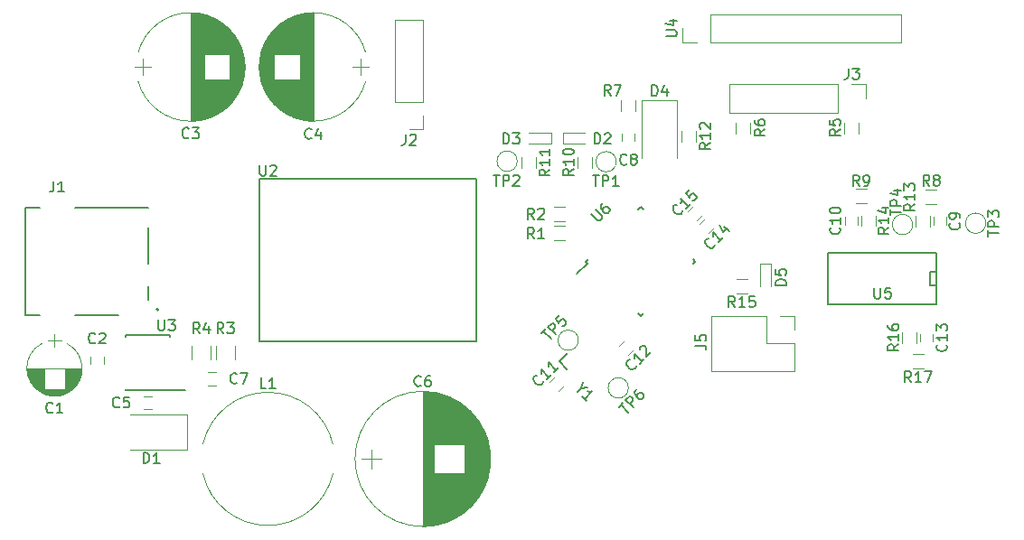
<source format=gbr>
%TF.GenerationSoftware,KiCad,Pcbnew,(5.1.6)-1*%
%TF.CreationDate,2020-11-03T19:25:33-05:00*%
%TF.ProjectId,Kitty Caddy,4b697474-7920-4436-9164-64792e6b6963,rev?*%
%TF.SameCoordinates,Original*%
%TF.FileFunction,Legend,Top*%
%TF.FilePolarity,Positive*%
%FSLAX46Y46*%
G04 Gerber Fmt 4.6, Leading zero omitted, Abs format (unit mm)*
G04 Created by KiCad (PCBNEW (5.1.6)-1) date 2020-11-03 19:25:33*
%MOMM*%
%LPD*%
G01*
G04 APERTURE LIST*
%ADD10C,0.150000*%
%ADD11C,0.120000*%
%ADD12C,0.200000*%
%ADD13C,0.127000*%
G04 APERTURE END LIST*
D10*
%TO.C,Y1*%
X83504080Y-86071388D02*
X82713818Y-86861650D01*
X82713818Y-86861650D02*
X83468159Y-87615992D01*
%TO.C,U2*%
X54623400Y-84988600D02*
X74943400Y-84988600D01*
X54623400Y-69748600D02*
X54623400Y-84988600D01*
X74943400Y-69748600D02*
X54623400Y-69748600D01*
X74943400Y-84988600D02*
X74943400Y-69748600D01*
D11*
%TO.C,C1*%
X37993400Y-87488600D02*
X32893400Y-87488600D01*
X37993400Y-87528600D02*
X36423400Y-87528600D01*
X34463400Y-87528600D02*
X32893400Y-87528600D01*
X37992400Y-87568600D02*
X36423400Y-87568600D01*
X34463400Y-87568600D02*
X32894400Y-87568600D01*
X37991400Y-87608600D02*
X36423400Y-87608600D01*
X34463400Y-87608600D02*
X32895400Y-87608600D01*
X37989400Y-87648600D02*
X36423400Y-87648600D01*
X34463400Y-87648600D02*
X32897400Y-87648600D01*
X37986400Y-87688600D02*
X36423400Y-87688600D01*
X34463400Y-87688600D02*
X32900400Y-87688600D01*
X37982400Y-87728600D02*
X36423400Y-87728600D01*
X34463400Y-87728600D02*
X32904400Y-87728600D01*
X37978400Y-87768600D02*
X36423400Y-87768600D01*
X34463400Y-87768600D02*
X32908400Y-87768600D01*
X37974400Y-87808600D02*
X36423400Y-87808600D01*
X34463400Y-87808600D02*
X32912400Y-87808600D01*
X37968400Y-87848600D02*
X36423400Y-87848600D01*
X34463400Y-87848600D02*
X32918400Y-87848600D01*
X37962400Y-87888600D02*
X36423400Y-87888600D01*
X34463400Y-87888600D02*
X32924400Y-87888600D01*
X37956400Y-87928600D02*
X36423400Y-87928600D01*
X34463400Y-87928600D02*
X32930400Y-87928600D01*
X37949400Y-87968600D02*
X36423400Y-87968600D01*
X34463400Y-87968600D02*
X32937400Y-87968600D01*
X37941400Y-88008600D02*
X36423400Y-88008600D01*
X34463400Y-88008600D02*
X32945400Y-88008600D01*
X37932400Y-88048600D02*
X36423400Y-88048600D01*
X34463400Y-88048600D02*
X32954400Y-88048600D01*
X37923400Y-88088600D02*
X36423400Y-88088600D01*
X34463400Y-88088600D02*
X32963400Y-88088600D01*
X37913400Y-88128600D02*
X36423400Y-88128600D01*
X34463400Y-88128600D02*
X32973400Y-88128600D01*
X37903400Y-88168600D02*
X36423400Y-88168600D01*
X34463400Y-88168600D02*
X32983400Y-88168600D01*
X37891400Y-88209600D02*
X36423400Y-88209600D01*
X34463400Y-88209600D02*
X32995400Y-88209600D01*
X37879400Y-88249600D02*
X36423400Y-88249600D01*
X34463400Y-88249600D02*
X33007400Y-88249600D01*
X37867400Y-88289600D02*
X36423400Y-88289600D01*
X34463400Y-88289600D02*
X33019400Y-88289600D01*
X37853400Y-88329600D02*
X36423400Y-88329600D01*
X34463400Y-88329600D02*
X33033400Y-88329600D01*
X37839400Y-88369600D02*
X36423400Y-88369600D01*
X34463400Y-88369600D02*
X33047400Y-88369600D01*
X37825400Y-88409600D02*
X36423400Y-88409600D01*
X34463400Y-88409600D02*
X33061400Y-88409600D01*
X37809400Y-88449600D02*
X36423400Y-88449600D01*
X34463400Y-88449600D02*
X33077400Y-88449600D01*
X37793400Y-88489600D02*
X36423400Y-88489600D01*
X34463400Y-88489600D02*
X33093400Y-88489600D01*
X37776400Y-88529600D02*
X36423400Y-88529600D01*
X34463400Y-88529600D02*
X33110400Y-88529600D01*
X37758400Y-88569600D02*
X36423400Y-88569600D01*
X34463400Y-88569600D02*
X33128400Y-88569600D01*
X37739400Y-88609600D02*
X36423400Y-88609600D01*
X34463400Y-88609600D02*
X33147400Y-88609600D01*
X37719400Y-88649600D02*
X36423400Y-88649600D01*
X34463400Y-88649600D02*
X33167400Y-88649600D01*
X37699400Y-88689600D02*
X36423400Y-88689600D01*
X34463400Y-88689600D02*
X33187400Y-88689600D01*
X37677400Y-88729600D02*
X36423400Y-88729600D01*
X34463400Y-88729600D02*
X33209400Y-88729600D01*
X37655400Y-88769600D02*
X36423400Y-88769600D01*
X34463400Y-88769600D02*
X33231400Y-88769600D01*
X37632400Y-88809600D02*
X36423400Y-88809600D01*
X34463400Y-88809600D02*
X33254400Y-88809600D01*
X37608400Y-88849600D02*
X36423400Y-88849600D01*
X34463400Y-88849600D02*
X33278400Y-88849600D01*
X37583400Y-88889600D02*
X36423400Y-88889600D01*
X34463400Y-88889600D02*
X33303400Y-88889600D01*
X37556400Y-88929600D02*
X36423400Y-88929600D01*
X34463400Y-88929600D02*
X33330400Y-88929600D01*
X37529400Y-88969600D02*
X36423400Y-88969600D01*
X34463400Y-88969600D02*
X33357400Y-88969600D01*
X37501400Y-89009600D02*
X36423400Y-89009600D01*
X34463400Y-89009600D02*
X33385400Y-89009600D01*
X37471400Y-89049600D02*
X36423400Y-89049600D01*
X34463400Y-89049600D02*
X33415400Y-89049600D01*
X37440400Y-89089600D02*
X36423400Y-89089600D01*
X34463400Y-89089600D02*
X33446400Y-89089600D01*
X37408400Y-89129600D02*
X36423400Y-89129600D01*
X34463400Y-89129600D02*
X33478400Y-89129600D01*
X37375400Y-89169600D02*
X36423400Y-89169600D01*
X34463400Y-89169600D02*
X33511400Y-89169600D01*
X37340400Y-89209600D02*
X36423400Y-89209600D01*
X34463400Y-89209600D02*
X33546400Y-89209600D01*
X37304400Y-89249600D02*
X36423400Y-89249600D01*
X34463400Y-89249600D02*
X33582400Y-89249600D01*
X37266400Y-89289600D02*
X36423400Y-89289600D01*
X34463400Y-89289600D02*
X33620400Y-89289600D01*
X37226400Y-89329600D02*
X36423400Y-89329600D01*
X34463400Y-89329600D02*
X33660400Y-89329600D01*
X37185400Y-89369600D02*
X36423400Y-89369600D01*
X34463400Y-89369600D02*
X33701400Y-89369600D01*
X37142400Y-89409600D02*
X36423400Y-89409600D01*
X34463400Y-89409600D02*
X33744400Y-89409600D01*
X37097400Y-89449600D02*
X36423400Y-89449600D01*
X34463400Y-89449600D02*
X33789400Y-89449600D01*
X37049400Y-89489600D02*
X33837400Y-89489600D01*
X36999400Y-89529600D02*
X33887400Y-89529600D01*
X36947400Y-89569600D02*
X33939400Y-89569600D01*
X36891400Y-89609600D02*
X33995400Y-89609600D01*
X36833400Y-89649600D02*
X34053400Y-89649600D01*
X36770400Y-89689600D02*
X34116400Y-89689600D01*
X36704400Y-89729600D02*
X34182400Y-89729600D01*
X36632400Y-89769600D02*
X34254400Y-89769600D01*
X36555400Y-89809600D02*
X34331400Y-89809600D01*
X36471400Y-89849600D02*
X34415400Y-89849600D01*
X36377400Y-89889600D02*
X34509400Y-89889600D01*
X36272400Y-89929600D02*
X34614400Y-89929600D01*
X36150400Y-89969600D02*
X34736400Y-89969600D01*
X36002400Y-90009600D02*
X34884400Y-90009600D01*
X35797400Y-90049600D02*
X35089400Y-90049600D01*
X35443400Y-84288600D02*
X35443400Y-85488600D01*
X36093400Y-84888600D02*
X34793400Y-84888600D01*
X36623123Y-89794322D02*
G75*
G03*
X36623400Y-85183020I-1179723J2305722D01*
G01*
X34263677Y-89794322D02*
G75*
G02*
X34263400Y-85183020I1179723J2305722D01*
G01*
X34263677Y-89794322D02*
G75*
G03*
X36623400Y-89794180I1179723J2305722D01*
G01*
%TO.C,C2*%
X40043400Y-86388600D02*
X40043400Y-87088600D01*
X38843400Y-87088600D02*
X38843400Y-86388600D01*
%TO.C,C3*%
X48193400Y-54188600D02*
X48193400Y-64288600D01*
X48233400Y-54188600D02*
X48233400Y-64288600D01*
X48273400Y-54188600D02*
X48273400Y-64288600D01*
X48313400Y-54189600D02*
X48313400Y-64287600D01*
X48353400Y-54190600D02*
X48353400Y-64286600D01*
X48393400Y-54191600D02*
X48393400Y-64285600D01*
X48433400Y-54193600D02*
X48433400Y-64283600D01*
X48473400Y-54195600D02*
X48473400Y-64281600D01*
X48513400Y-54198600D02*
X48513400Y-64278600D01*
X48553400Y-54200600D02*
X48553400Y-64276600D01*
X48593400Y-54203600D02*
X48593400Y-64273600D01*
X48633400Y-54207600D02*
X48633400Y-64269600D01*
X48673400Y-54210600D02*
X48673400Y-64266600D01*
X48713400Y-54214600D02*
X48713400Y-64262600D01*
X48753400Y-54218600D02*
X48753400Y-64258600D01*
X48793400Y-54223600D02*
X48793400Y-64253600D01*
X48833400Y-54228600D02*
X48833400Y-64248600D01*
X48873400Y-54233600D02*
X48873400Y-64243600D01*
X48914400Y-54239600D02*
X48914400Y-64237600D01*
X48954400Y-54245600D02*
X48954400Y-64231600D01*
X48994400Y-54251600D02*
X48994400Y-64225600D01*
X49034400Y-54257600D02*
X49034400Y-64219600D01*
X49074400Y-54264600D02*
X49074400Y-64212600D01*
X49114400Y-54271600D02*
X49114400Y-64205600D01*
X49154400Y-54279600D02*
X49154400Y-64197600D01*
X49194400Y-54287600D02*
X49194400Y-64189600D01*
X49234400Y-54295600D02*
X49234400Y-64181600D01*
X49274400Y-54303600D02*
X49274400Y-64173600D01*
X49314400Y-54312600D02*
X49314400Y-64164600D01*
X49354400Y-54321600D02*
X49354400Y-64155600D01*
X49394400Y-54331600D02*
X49394400Y-64145600D01*
X49434400Y-54341600D02*
X49434400Y-64135600D01*
X49474400Y-54351600D02*
X49474400Y-64125600D01*
X49514400Y-54362600D02*
X49514400Y-58057600D01*
X49514400Y-60419600D02*
X49514400Y-64114600D01*
X49554400Y-54373600D02*
X49554400Y-58057600D01*
X49554400Y-60419600D02*
X49554400Y-64103600D01*
X49594400Y-54384600D02*
X49594400Y-58057600D01*
X49594400Y-60419600D02*
X49594400Y-64092600D01*
X49634400Y-54395600D02*
X49634400Y-58057600D01*
X49634400Y-60419600D02*
X49634400Y-64081600D01*
X49674400Y-54407600D02*
X49674400Y-58057600D01*
X49674400Y-60419600D02*
X49674400Y-64069600D01*
X49714400Y-54420600D02*
X49714400Y-58057600D01*
X49714400Y-60419600D02*
X49714400Y-64056600D01*
X49754400Y-54432600D02*
X49754400Y-58057600D01*
X49754400Y-60419600D02*
X49754400Y-64044600D01*
X49794400Y-54446600D02*
X49794400Y-58057600D01*
X49794400Y-60419600D02*
X49794400Y-64030600D01*
X49834400Y-54459600D02*
X49834400Y-58057600D01*
X49834400Y-60419600D02*
X49834400Y-64017600D01*
X49874400Y-54473600D02*
X49874400Y-58057600D01*
X49874400Y-60419600D02*
X49874400Y-64003600D01*
X49914400Y-54487600D02*
X49914400Y-58057600D01*
X49914400Y-60419600D02*
X49914400Y-63989600D01*
X49954400Y-54501600D02*
X49954400Y-58057600D01*
X49954400Y-60419600D02*
X49954400Y-63975600D01*
X49994400Y-54516600D02*
X49994400Y-58057600D01*
X49994400Y-60419600D02*
X49994400Y-63960600D01*
X50034400Y-54532600D02*
X50034400Y-58057600D01*
X50034400Y-60419600D02*
X50034400Y-63944600D01*
X50074400Y-54547600D02*
X50074400Y-58057600D01*
X50074400Y-60419600D02*
X50074400Y-63929600D01*
X50114400Y-54564600D02*
X50114400Y-58057600D01*
X50114400Y-60419600D02*
X50114400Y-63912600D01*
X50154400Y-54580600D02*
X50154400Y-58057600D01*
X50154400Y-60419600D02*
X50154400Y-63896600D01*
X50194400Y-54597600D02*
X50194400Y-58057600D01*
X50194400Y-60419600D02*
X50194400Y-63879600D01*
X50234400Y-54614600D02*
X50234400Y-58057600D01*
X50234400Y-60419600D02*
X50234400Y-63862600D01*
X50274400Y-54632600D02*
X50274400Y-58057600D01*
X50274400Y-60419600D02*
X50274400Y-63844600D01*
X50314400Y-54650600D02*
X50314400Y-58057600D01*
X50314400Y-60419600D02*
X50314400Y-63826600D01*
X50354400Y-54669600D02*
X50354400Y-58057600D01*
X50354400Y-60419600D02*
X50354400Y-63807600D01*
X50394400Y-54688600D02*
X50394400Y-58057600D01*
X50394400Y-60419600D02*
X50394400Y-63788600D01*
X50434400Y-54707600D02*
X50434400Y-58057600D01*
X50434400Y-60419600D02*
X50434400Y-63769600D01*
X50474400Y-54727600D02*
X50474400Y-58057600D01*
X50474400Y-60419600D02*
X50474400Y-63749600D01*
X50514400Y-54747600D02*
X50514400Y-58057600D01*
X50514400Y-60419600D02*
X50514400Y-63729600D01*
X50554400Y-54768600D02*
X50554400Y-58057600D01*
X50554400Y-60419600D02*
X50554400Y-63708600D01*
X50594400Y-54789600D02*
X50594400Y-58057600D01*
X50594400Y-60419600D02*
X50594400Y-63687600D01*
X50634400Y-54810600D02*
X50634400Y-58057600D01*
X50634400Y-60419600D02*
X50634400Y-63666600D01*
X50674400Y-54833600D02*
X50674400Y-58057600D01*
X50674400Y-60419600D02*
X50674400Y-63643600D01*
X50714400Y-54855600D02*
X50714400Y-58057600D01*
X50714400Y-60419600D02*
X50714400Y-63621600D01*
X50754400Y-54878600D02*
X50754400Y-58057600D01*
X50754400Y-60419600D02*
X50754400Y-63598600D01*
X50794400Y-54902600D02*
X50794400Y-58057600D01*
X50794400Y-60419600D02*
X50794400Y-63574600D01*
X50834400Y-54926600D02*
X50834400Y-58057600D01*
X50834400Y-60419600D02*
X50834400Y-63550600D01*
X50874400Y-54950600D02*
X50874400Y-58057600D01*
X50874400Y-60419600D02*
X50874400Y-63526600D01*
X50914400Y-54975600D02*
X50914400Y-58057600D01*
X50914400Y-60419600D02*
X50914400Y-63501600D01*
X50954400Y-55001600D02*
X50954400Y-58057600D01*
X50954400Y-60419600D02*
X50954400Y-63475600D01*
X50994400Y-55027600D02*
X50994400Y-58057600D01*
X50994400Y-60419600D02*
X50994400Y-63449600D01*
X51034400Y-55053600D02*
X51034400Y-58057600D01*
X51034400Y-60419600D02*
X51034400Y-63423600D01*
X51074400Y-55081600D02*
X51074400Y-58057600D01*
X51074400Y-60419600D02*
X51074400Y-63395600D01*
X51114400Y-55108600D02*
X51114400Y-58057600D01*
X51114400Y-60419600D02*
X51114400Y-63368600D01*
X51154400Y-55137600D02*
X51154400Y-58057600D01*
X51154400Y-60419600D02*
X51154400Y-63339600D01*
X51194400Y-55166600D02*
X51194400Y-58057600D01*
X51194400Y-60419600D02*
X51194400Y-63310600D01*
X51234400Y-55195600D02*
X51234400Y-58057600D01*
X51234400Y-60419600D02*
X51234400Y-63281600D01*
X51274400Y-55225600D02*
X51274400Y-58057600D01*
X51274400Y-60419600D02*
X51274400Y-63251600D01*
X51314400Y-55256600D02*
X51314400Y-58057600D01*
X51314400Y-60419600D02*
X51314400Y-63220600D01*
X51354400Y-55287600D02*
X51354400Y-58057600D01*
X51354400Y-60419600D02*
X51354400Y-63189600D01*
X51394400Y-55319600D02*
X51394400Y-58057600D01*
X51394400Y-60419600D02*
X51394400Y-63157600D01*
X51434400Y-55352600D02*
X51434400Y-58057600D01*
X51434400Y-60419600D02*
X51434400Y-63124600D01*
X51474400Y-55385600D02*
X51474400Y-58057600D01*
X51474400Y-60419600D02*
X51474400Y-63091600D01*
X51514400Y-55419600D02*
X51514400Y-58057600D01*
X51514400Y-60419600D02*
X51514400Y-63057600D01*
X51554400Y-55454600D02*
X51554400Y-58057600D01*
X51554400Y-60419600D02*
X51554400Y-63022600D01*
X51594400Y-55490600D02*
X51594400Y-58057600D01*
X51594400Y-60419600D02*
X51594400Y-62986600D01*
X51634400Y-55526600D02*
X51634400Y-58057600D01*
X51634400Y-60419600D02*
X51634400Y-62950600D01*
X51674400Y-55563600D02*
X51674400Y-58057600D01*
X51674400Y-60419600D02*
X51674400Y-62913600D01*
X51714400Y-55601600D02*
X51714400Y-58057600D01*
X51714400Y-60419600D02*
X51714400Y-62875600D01*
X51754400Y-55640600D02*
X51754400Y-58057600D01*
X51754400Y-60419600D02*
X51754400Y-62836600D01*
X51794400Y-55679600D02*
X51794400Y-58057600D01*
X51794400Y-60419600D02*
X51794400Y-62797600D01*
X51834400Y-55720600D02*
X51834400Y-58057600D01*
X51834400Y-60419600D02*
X51834400Y-62756600D01*
X51874400Y-55761600D02*
X51874400Y-62715600D01*
X51914400Y-55803600D02*
X51914400Y-62673600D01*
X51954400Y-55847600D02*
X51954400Y-62629600D01*
X51994400Y-55891600D02*
X51994400Y-62585600D01*
X52034400Y-55936600D02*
X52034400Y-62540600D01*
X52074400Y-55983600D02*
X52074400Y-62493600D01*
X52114400Y-56031600D02*
X52114400Y-62445600D01*
X52154400Y-56080600D02*
X52154400Y-62396600D01*
X52194400Y-56130600D02*
X52194400Y-62346600D01*
X52234400Y-56181600D02*
X52234400Y-62295600D01*
X52274400Y-56234600D02*
X52274400Y-62242600D01*
X52314400Y-56289600D02*
X52314400Y-62187600D01*
X52354400Y-56344600D02*
X52354400Y-62132600D01*
X52394400Y-56402600D02*
X52394400Y-62074600D01*
X52434400Y-56461600D02*
X52434400Y-62015600D01*
X52474400Y-56523600D02*
X52474400Y-61953600D01*
X52514400Y-56586600D02*
X52514400Y-61890600D01*
X52554400Y-56651600D02*
X52554400Y-61825600D01*
X52594400Y-56719600D02*
X52594400Y-61757600D01*
X52634400Y-56789600D02*
X52634400Y-61687600D01*
X52674400Y-56861600D02*
X52674400Y-61615600D01*
X52714400Y-56937600D02*
X52714400Y-61539600D01*
X52754400Y-57016600D02*
X52754400Y-61460600D01*
X52794400Y-57098600D02*
X52794400Y-61378600D01*
X52834400Y-57185600D02*
X52834400Y-61291600D01*
X52874400Y-57276600D02*
X52874400Y-61200600D01*
X52914400Y-57372600D02*
X52914400Y-61104600D01*
X52954400Y-57475600D02*
X52954400Y-61001600D01*
X52994400Y-57584600D02*
X52994400Y-60892600D01*
X53034400Y-57702600D02*
X53034400Y-60774600D01*
X53074400Y-57831600D02*
X53074400Y-60645600D01*
X53114400Y-57973600D02*
X53114400Y-60503600D01*
X53154400Y-58134600D02*
X53154400Y-60342600D01*
X53194400Y-58325600D02*
X53194400Y-60151600D01*
X53234400Y-58566600D02*
X53234400Y-59910600D01*
X53274400Y-58959600D02*
X53274400Y-59517600D01*
X42993400Y-59238600D02*
X44493400Y-59238600D01*
X43743400Y-58488600D02*
X43743400Y-59988600D01*
X53091837Y-57855336D02*
G75*
G03*
X43294043Y-57858600I-4898437J-1383264D01*
G01*
X53091837Y-60621864D02*
G75*
G02*
X43294043Y-60618600I-4898437J1383264D01*
G01*
X53091837Y-60621864D02*
G75*
G03*
X53092757Y-57858600I-4898437J1383264D01*
G01*
%TO.C,C4*%
X59693400Y-64288600D02*
X59693400Y-54188600D01*
X59653400Y-64288600D02*
X59653400Y-54188600D01*
X59613400Y-64288600D02*
X59613400Y-54188600D01*
X59573400Y-64287600D02*
X59573400Y-54189600D01*
X59533400Y-64286600D02*
X59533400Y-54190600D01*
X59493400Y-64285600D02*
X59493400Y-54191600D01*
X59453400Y-64283600D02*
X59453400Y-54193600D01*
X59413400Y-64281600D02*
X59413400Y-54195600D01*
X59373400Y-64278600D02*
X59373400Y-54198600D01*
X59333400Y-64276600D02*
X59333400Y-54200600D01*
X59293400Y-64273600D02*
X59293400Y-54203600D01*
X59253400Y-64269600D02*
X59253400Y-54207600D01*
X59213400Y-64266600D02*
X59213400Y-54210600D01*
X59173400Y-64262600D02*
X59173400Y-54214600D01*
X59133400Y-64258600D02*
X59133400Y-54218600D01*
X59093400Y-64253600D02*
X59093400Y-54223600D01*
X59053400Y-64248600D02*
X59053400Y-54228600D01*
X59013400Y-64243600D02*
X59013400Y-54233600D01*
X58972400Y-64237600D02*
X58972400Y-54239600D01*
X58932400Y-64231600D02*
X58932400Y-54245600D01*
X58892400Y-64225600D02*
X58892400Y-54251600D01*
X58852400Y-64219600D02*
X58852400Y-54257600D01*
X58812400Y-64212600D02*
X58812400Y-54264600D01*
X58772400Y-64205600D02*
X58772400Y-54271600D01*
X58732400Y-64197600D02*
X58732400Y-54279600D01*
X58692400Y-64189600D02*
X58692400Y-54287600D01*
X58652400Y-64181600D02*
X58652400Y-54295600D01*
X58612400Y-64173600D02*
X58612400Y-54303600D01*
X58572400Y-64164600D02*
X58572400Y-54312600D01*
X58532400Y-64155600D02*
X58532400Y-54321600D01*
X58492400Y-64145600D02*
X58492400Y-54331600D01*
X58452400Y-64135600D02*
X58452400Y-54341600D01*
X58412400Y-64125600D02*
X58412400Y-54351600D01*
X58372400Y-64114600D02*
X58372400Y-60419600D01*
X58372400Y-58057600D02*
X58372400Y-54362600D01*
X58332400Y-64103600D02*
X58332400Y-60419600D01*
X58332400Y-58057600D02*
X58332400Y-54373600D01*
X58292400Y-64092600D02*
X58292400Y-60419600D01*
X58292400Y-58057600D02*
X58292400Y-54384600D01*
X58252400Y-64081600D02*
X58252400Y-60419600D01*
X58252400Y-58057600D02*
X58252400Y-54395600D01*
X58212400Y-64069600D02*
X58212400Y-60419600D01*
X58212400Y-58057600D02*
X58212400Y-54407600D01*
X58172400Y-64056600D02*
X58172400Y-60419600D01*
X58172400Y-58057600D02*
X58172400Y-54420600D01*
X58132400Y-64044600D02*
X58132400Y-60419600D01*
X58132400Y-58057600D02*
X58132400Y-54432600D01*
X58092400Y-64030600D02*
X58092400Y-60419600D01*
X58092400Y-58057600D02*
X58092400Y-54446600D01*
X58052400Y-64017600D02*
X58052400Y-60419600D01*
X58052400Y-58057600D02*
X58052400Y-54459600D01*
X58012400Y-64003600D02*
X58012400Y-60419600D01*
X58012400Y-58057600D02*
X58012400Y-54473600D01*
X57972400Y-63989600D02*
X57972400Y-60419600D01*
X57972400Y-58057600D02*
X57972400Y-54487600D01*
X57932400Y-63975600D02*
X57932400Y-60419600D01*
X57932400Y-58057600D02*
X57932400Y-54501600D01*
X57892400Y-63960600D02*
X57892400Y-60419600D01*
X57892400Y-58057600D02*
X57892400Y-54516600D01*
X57852400Y-63944600D02*
X57852400Y-60419600D01*
X57852400Y-58057600D02*
X57852400Y-54532600D01*
X57812400Y-63929600D02*
X57812400Y-60419600D01*
X57812400Y-58057600D02*
X57812400Y-54547600D01*
X57772400Y-63912600D02*
X57772400Y-60419600D01*
X57772400Y-58057600D02*
X57772400Y-54564600D01*
X57732400Y-63896600D02*
X57732400Y-60419600D01*
X57732400Y-58057600D02*
X57732400Y-54580600D01*
X57692400Y-63879600D02*
X57692400Y-60419600D01*
X57692400Y-58057600D02*
X57692400Y-54597600D01*
X57652400Y-63862600D02*
X57652400Y-60419600D01*
X57652400Y-58057600D02*
X57652400Y-54614600D01*
X57612400Y-63844600D02*
X57612400Y-60419600D01*
X57612400Y-58057600D02*
X57612400Y-54632600D01*
X57572400Y-63826600D02*
X57572400Y-60419600D01*
X57572400Y-58057600D02*
X57572400Y-54650600D01*
X57532400Y-63807600D02*
X57532400Y-60419600D01*
X57532400Y-58057600D02*
X57532400Y-54669600D01*
X57492400Y-63788600D02*
X57492400Y-60419600D01*
X57492400Y-58057600D02*
X57492400Y-54688600D01*
X57452400Y-63769600D02*
X57452400Y-60419600D01*
X57452400Y-58057600D02*
X57452400Y-54707600D01*
X57412400Y-63749600D02*
X57412400Y-60419600D01*
X57412400Y-58057600D02*
X57412400Y-54727600D01*
X57372400Y-63729600D02*
X57372400Y-60419600D01*
X57372400Y-58057600D02*
X57372400Y-54747600D01*
X57332400Y-63708600D02*
X57332400Y-60419600D01*
X57332400Y-58057600D02*
X57332400Y-54768600D01*
X57292400Y-63687600D02*
X57292400Y-60419600D01*
X57292400Y-58057600D02*
X57292400Y-54789600D01*
X57252400Y-63666600D02*
X57252400Y-60419600D01*
X57252400Y-58057600D02*
X57252400Y-54810600D01*
X57212400Y-63643600D02*
X57212400Y-60419600D01*
X57212400Y-58057600D02*
X57212400Y-54833600D01*
X57172400Y-63621600D02*
X57172400Y-60419600D01*
X57172400Y-58057600D02*
X57172400Y-54855600D01*
X57132400Y-63598600D02*
X57132400Y-60419600D01*
X57132400Y-58057600D02*
X57132400Y-54878600D01*
X57092400Y-63574600D02*
X57092400Y-60419600D01*
X57092400Y-58057600D02*
X57092400Y-54902600D01*
X57052400Y-63550600D02*
X57052400Y-60419600D01*
X57052400Y-58057600D02*
X57052400Y-54926600D01*
X57012400Y-63526600D02*
X57012400Y-60419600D01*
X57012400Y-58057600D02*
X57012400Y-54950600D01*
X56972400Y-63501600D02*
X56972400Y-60419600D01*
X56972400Y-58057600D02*
X56972400Y-54975600D01*
X56932400Y-63475600D02*
X56932400Y-60419600D01*
X56932400Y-58057600D02*
X56932400Y-55001600D01*
X56892400Y-63449600D02*
X56892400Y-60419600D01*
X56892400Y-58057600D02*
X56892400Y-55027600D01*
X56852400Y-63423600D02*
X56852400Y-60419600D01*
X56852400Y-58057600D02*
X56852400Y-55053600D01*
X56812400Y-63395600D02*
X56812400Y-60419600D01*
X56812400Y-58057600D02*
X56812400Y-55081600D01*
X56772400Y-63368600D02*
X56772400Y-60419600D01*
X56772400Y-58057600D02*
X56772400Y-55108600D01*
X56732400Y-63339600D02*
X56732400Y-60419600D01*
X56732400Y-58057600D02*
X56732400Y-55137600D01*
X56692400Y-63310600D02*
X56692400Y-60419600D01*
X56692400Y-58057600D02*
X56692400Y-55166600D01*
X56652400Y-63281600D02*
X56652400Y-60419600D01*
X56652400Y-58057600D02*
X56652400Y-55195600D01*
X56612400Y-63251600D02*
X56612400Y-60419600D01*
X56612400Y-58057600D02*
X56612400Y-55225600D01*
X56572400Y-63220600D02*
X56572400Y-60419600D01*
X56572400Y-58057600D02*
X56572400Y-55256600D01*
X56532400Y-63189600D02*
X56532400Y-60419600D01*
X56532400Y-58057600D02*
X56532400Y-55287600D01*
X56492400Y-63157600D02*
X56492400Y-60419600D01*
X56492400Y-58057600D02*
X56492400Y-55319600D01*
X56452400Y-63124600D02*
X56452400Y-60419600D01*
X56452400Y-58057600D02*
X56452400Y-55352600D01*
X56412400Y-63091600D02*
X56412400Y-60419600D01*
X56412400Y-58057600D02*
X56412400Y-55385600D01*
X56372400Y-63057600D02*
X56372400Y-60419600D01*
X56372400Y-58057600D02*
X56372400Y-55419600D01*
X56332400Y-63022600D02*
X56332400Y-60419600D01*
X56332400Y-58057600D02*
X56332400Y-55454600D01*
X56292400Y-62986600D02*
X56292400Y-60419600D01*
X56292400Y-58057600D02*
X56292400Y-55490600D01*
X56252400Y-62950600D02*
X56252400Y-60419600D01*
X56252400Y-58057600D02*
X56252400Y-55526600D01*
X56212400Y-62913600D02*
X56212400Y-60419600D01*
X56212400Y-58057600D02*
X56212400Y-55563600D01*
X56172400Y-62875600D02*
X56172400Y-60419600D01*
X56172400Y-58057600D02*
X56172400Y-55601600D01*
X56132400Y-62836600D02*
X56132400Y-60419600D01*
X56132400Y-58057600D02*
X56132400Y-55640600D01*
X56092400Y-62797600D02*
X56092400Y-60419600D01*
X56092400Y-58057600D02*
X56092400Y-55679600D01*
X56052400Y-62756600D02*
X56052400Y-60419600D01*
X56052400Y-58057600D02*
X56052400Y-55720600D01*
X56012400Y-62715600D02*
X56012400Y-55761600D01*
X55972400Y-62673600D02*
X55972400Y-55803600D01*
X55932400Y-62629600D02*
X55932400Y-55847600D01*
X55892400Y-62585600D02*
X55892400Y-55891600D01*
X55852400Y-62540600D02*
X55852400Y-55936600D01*
X55812400Y-62493600D02*
X55812400Y-55983600D01*
X55772400Y-62445600D02*
X55772400Y-56031600D01*
X55732400Y-62396600D02*
X55732400Y-56080600D01*
X55692400Y-62346600D02*
X55692400Y-56130600D01*
X55652400Y-62295600D02*
X55652400Y-56181600D01*
X55612400Y-62242600D02*
X55612400Y-56234600D01*
X55572400Y-62187600D02*
X55572400Y-56289600D01*
X55532400Y-62132600D02*
X55532400Y-56344600D01*
X55492400Y-62074600D02*
X55492400Y-56402600D01*
X55452400Y-62015600D02*
X55452400Y-56461600D01*
X55412400Y-61953600D02*
X55412400Y-56523600D01*
X55372400Y-61890600D02*
X55372400Y-56586600D01*
X55332400Y-61825600D02*
X55332400Y-56651600D01*
X55292400Y-61757600D02*
X55292400Y-56719600D01*
X55252400Y-61687600D02*
X55252400Y-56789600D01*
X55212400Y-61615600D02*
X55212400Y-56861600D01*
X55172400Y-61539600D02*
X55172400Y-56937600D01*
X55132400Y-61460600D02*
X55132400Y-57016600D01*
X55092400Y-61378600D02*
X55092400Y-57098600D01*
X55052400Y-61291600D02*
X55052400Y-57185600D01*
X55012400Y-61200600D02*
X55012400Y-57276600D01*
X54972400Y-61104600D02*
X54972400Y-57372600D01*
X54932400Y-61001600D02*
X54932400Y-57475600D01*
X54892400Y-60892600D02*
X54892400Y-57584600D01*
X54852400Y-60774600D02*
X54852400Y-57702600D01*
X54812400Y-60645600D02*
X54812400Y-57831600D01*
X54772400Y-60503600D02*
X54772400Y-57973600D01*
X54732400Y-60342600D02*
X54732400Y-58134600D01*
X54692400Y-60151600D02*
X54692400Y-58325600D01*
X54652400Y-59910600D02*
X54652400Y-58566600D01*
X54612400Y-59517600D02*
X54612400Y-58959600D01*
X64893400Y-59238600D02*
X63393400Y-59238600D01*
X64143400Y-59988600D02*
X64143400Y-58488600D01*
X54794963Y-60621864D02*
G75*
G03*
X64592757Y-60618600I4898437J1383264D01*
G01*
X54794963Y-57855336D02*
G75*
G02*
X64592757Y-57858600I4898437J-1383264D01*
G01*
X54794963Y-57855336D02*
G75*
G03*
X54794043Y-60618600I4898437J-1383264D01*
G01*
%TO.C,C5*%
X44543400Y-91338600D02*
X43843400Y-91338600D01*
X43843400Y-90138600D02*
X44543400Y-90138600D01*
%TO.C,C6*%
X76283400Y-95988600D02*
G75*
G03*
X76283400Y-95988600I-6340000J0D01*
G01*
X69943400Y-89688600D02*
X69943400Y-102288600D01*
X69983400Y-89688600D02*
X69983400Y-102288600D01*
X70023400Y-89688600D02*
X70023400Y-102288600D01*
X70063400Y-89689600D02*
X70063400Y-102287600D01*
X70103400Y-89690600D02*
X70103400Y-102286600D01*
X70143400Y-89691600D02*
X70143400Y-102285600D01*
X70183400Y-89692600D02*
X70183400Y-102284600D01*
X70223400Y-89694600D02*
X70223400Y-102282600D01*
X70263400Y-89696600D02*
X70263400Y-102280600D01*
X70303400Y-89698600D02*
X70303400Y-102278600D01*
X70343400Y-89700600D02*
X70343400Y-102276600D01*
X70383400Y-89703600D02*
X70383400Y-102273600D01*
X70423400Y-89706600D02*
X70423400Y-102270600D01*
X70463400Y-89709600D02*
X70463400Y-102267600D01*
X70503400Y-89712600D02*
X70503400Y-102264600D01*
X70543400Y-89716600D02*
X70543400Y-102260600D01*
X70583400Y-89720600D02*
X70583400Y-102256600D01*
X70623400Y-89724600D02*
X70623400Y-102252600D01*
X70664400Y-89729600D02*
X70664400Y-102247600D01*
X70704400Y-89733600D02*
X70704400Y-102243600D01*
X70744400Y-89738600D02*
X70744400Y-102238600D01*
X70784400Y-89743600D02*
X70784400Y-102233600D01*
X70824400Y-89749600D02*
X70824400Y-102227600D01*
X70864400Y-89755600D02*
X70864400Y-102221600D01*
X70904400Y-89761600D02*
X70904400Y-102215600D01*
X70944400Y-89767600D02*
X70944400Y-102209600D01*
X70984400Y-89773600D02*
X70984400Y-102203600D01*
X71024400Y-89780600D02*
X71024400Y-102196600D01*
X71064400Y-89787600D02*
X71064400Y-94608600D01*
X71064400Y-97368600D02*
X71064400Y-102189600D01*
X71104400Y-89795600D02*
X71104400Y-94608600D01*
X71104400Y-97368600D02*
X71104400Y-102181600D01*
X71144400Y-89802600D02*
X71144400Y-94608600D01*
X71144400Y-97368600D02*
X71144400Y-102174600D01*
X71184400Y-89810600D02*
X71184400Y-94608600D01*
X71184400Y-97368600D02*
X71184400Y-102166600D01*
X71224400Y-89818600D02*
X71224400Y-94608600D01*
X71224400Y-97368600D02*
X71224400Y-102158600D01*
X71264400Y-89826600D02*
X71264400Y-94608600D01*
X71264400Y-97368600D02*
X71264400Y-102150600D01*
X71304400Y-89835600D02*
X71304400Y-94608600D01*
X71304400Y-97368600D02*
X71304400Y-102141600D01*
X71344400Y-89844600D02*
X71344400Y-94608600D01*
X71344400Y-97368600D02*
X71344400Y-102132600D01*
X71384400Y-89853600D02*
X71384400Y-94608600D01*
X71384400Y-97368600D02*
X71384400Y-102123600D01*
X71424400Y-89863600D02*
X71424400Y-94608600D01*
X71424400Y-97368600D02*
X71424400Y-102113600D01*
X71464400Y-89872600D02*
X71464400Y-94608600D01*
X71464400Y-97368600D02*
X71464400Y-102104600D01*
X71504400Y-89882600D02*
X71504400Y-94608600D01*
X71504400Y-97368600D02*
X71504400Y-102094600D01*
X71544400Y-89893600D02*
X71544400Y-94608600D01*
X71544400Y-97368600D02*
X71544400Y-102083600D01*
X71584400Y-89903600D02*
X71584400Y-94608600D01*
X71584400Y-97368600D02*
X71584400Y-102073600D01*
X71624400Y-89914600D02*
X71624400Y-94608600D01*
X71624400Y-97368600D02*
X71624400Y-102062600D01*
X71664400Y-89925600D02*
X71664400Y-94608600D01*
X71664400Y-97368600D02*
X71664400Y-102051600D01*
X71704400Y-89937600D02*
X71704400Y-94608600D01*
X71704400Y-97368600D02*
X71704400Y-102039600D01*
X71744400Y-89948600D02*
X71744400Y-94608600D01*
X71744400Y-97368600D02*
X71744400Y-102028600D01*
X71784400Y-89960600D02*
X71784400Y-94608600D01*
X71784400Y-97368600D02*
X71784400Y-102016600D01*
X71824400Y-89973600D02*
X71824400Y-94608600D01*
X71824400Y-97368600D02*
X71824400Y-102003600D01*
X71864400Y-89985600D02*
X71864400Y-94608600D01*
X71864400Y-97368600D02*
X71864400Y-101991600D01*
X71904400Y-89998600D02*
X71904400Y-94608600D01*
X71904400Y-97368600D02*
X71904400Y-101978600D01*
X71944400Y-90011600D02*
X71944400Y-94608600D01*
X71944400Y-97368600D02*
X71944400Y-101965600D01*
X71984400Y-90025600D02*
X71984400Y-94608600D01*
X71984400Y-97368600D02*
X71984400Y-101951600D01*
X72024400Y-90038600D02*
X72024400Y-94608600D01*
X72024400Y-97368600D02*
X72024400Y-101938600D01*
X72064400Y-90052600D02*
X72064400Y-94608600D01*
X72064400Y-97368600D02*
X72064400Y-101924600D01*
X72104400Y-90067600D02*
X72104400Y-94608600D01*
X72104400Y-97368600D02*
X72104400Y-101909600D01*
X72144400Y-90081600D02*
X72144400Y-94608600D01*
X72144400Y-97368600D02*
X72144400Y-101895600D01*
X72184400Y-90096600D02*
X72184400Y-94608600D01*
X72184400Y-97368600D02*
X72184400Y-101880600D01*
X72224400Y-90112600D02*
X72224400Y-94608600D01*
X72224400Y-97368600D02*
X72224400Y-101864600D01*
X72264400Y-90127600D02*
X72264400Y-94608600D01*
X72264400Y-97368600D02*
X72264400Y-101849600D01*
X72304400Y-90143600D02*
X72304400Y-94608600D01*
X72304400Y-97368600D02*
X72304400Y-101833600D01*
X72344400Y-90159600D02*
X72344400Y-94608600D01*
X72344400Y-97368600D02*
X72344400Y-101817600D01*
X72384400Y-90176600D02*
X72384400Y-94608600D01*
X72384400Y-97368600D02*
X72384400Y-101800600D01*
X72424400Y-90193600D02*
X72424400Y-94608600D01*
X72424400Y-97368600D02*
X72424400Y-101783600D01*
X72464400Y-90210600D02*
X72464400Y-94608600D01*
X72464400Y-97368600D02*
X72464400Y-101766600D01*
X72504400Y-90227600D02*
X72504400Y-94608600D01*
X72504400Y-97368600D02*
X72504400Y-101749600D01*
X72544400Y-90245600D02*
X72544400Y-94608600D01*
X72544400Y-97368600D02*
X72544400Y-101731600D01*
X72584400Y-90263600D02*
X72584400Y-94608600D01*
X72584400Y-97368600D02*
X72584400Y-101713600D01*
X72624400Y-90282600D02*
X72624400Y-94608600D01*
X72624400Y-97368600D02*
X72624400Y-101694600D01*
X72664400Y-90301600D02*
X72664400Y-94608600D01*
X72664400Y-97368600D02*
X72664400Y-101675600D01*
X72704400Y-90320600D02*
X72704400Y-94608600D01*
X72704400Y-97368600D02*
X72704400Y-101656600D01*
X72744400Y-90339600D02*
X72744400Y-94608600D01*
X72744400Y-97368600D02*
X72744400Y-101637600D01*
X72784400Y-90359600D02*
X72784400Y-94608600D01*
X72784400Y-97368600D02*
X72784400Y-101617600D01*
X72824400Y-90379600D02*
X72824400Y-94608600D01*
X72824400Y-97368600D02*
X72824400Y-101597600D01*
X72864400Y-90400600D02*
X72864400Y-94608600D01*
X72864400Y-97368600D02*
X72864400Y-101576600D01*
X72904400Y-90421600D02*
X72904400Y-94608600D01*
X72904400Y-97368600D02*
X72904400Y-101555600D01*
X72944400Y-90442600D02*
X72944400Y-94608600D01*
X72944400Y-97368600D02*
X72944400Y-101534600D01*
X72984400Y-90464600D02*
X72984400Y-94608600D01*
X72984400Y-97368600D02*
X72984400Y-101512600D01*
X73024400Y-90486600D02*
X73024400Y-94608600D01*
X73024400Y-97368600D02*
X73024400Y-101490600D01*
X73064400Y-90508600D02*
X73064400Y-94608600D01*
X73064400Y-97368600D02*
X73064400Y-101468600D01*
X73104400Y-90531600D02*
X73104400Y-94608600D01*
X73104400Y-97368600D02*
X73104400Y-101445600D01*
X73144400Y-90554600D02*
X73144400Y-94608600D01*
X73144400Y-97368600D02*
X73144400Y-101422600D01*
X73184400Y-90578600D02*
X73184400Y-94608600D01*
X73184400Y-97368600D02*
X73184400Y-101398600D01*
X73224400Y-90602600D02*
X73224400Y-94608600D01*
X73224400Y-97368600D02*
X73224400Y-101374600D01*
X73264400Y-90626600D02*
X73264400Y-94608600D01*
X73264400Y-97368600D02*
X73264400Y-101350600D01*
X73304400Y-90651600D02*
X73304400Y-94608600D01*
X73304400Y-97368600D02*
X73304400Y-101325600D01*
X73344400Y-90676600D02*
X73344400Y-94608600D01*
X73344400Y-97368600D02*
X73344400Y-101300600D01*
X73384400Y-90702600D02*
X73384400Y-94608600D01*
X73384400Y-97368600D02*
X73384400Y-101274600D01*
X73424400Y-90728600D02*
X73424400Y-94608600D01*
X73424400Y-97368600D02*
X73424400Y-101248600D01*
X73464400Y-90754600D02*
X73464400Y-94608600D01*
X73464400Y-97368600D02*
X73464400Y-101222600D01*
X73504400Y-90781600D02*
X73504400Y-94608600D01*
X73504400Y-97368600D02*
X73504400Y-101195600D01*
X73544400Y-90809600D02*
X73544400Y-94608600D01*
X73544400Y-97368600D02*
X73544400Y-101167600D01*
X73584400Y-90837600D02*
X73584400Y-94608600D01*
X73584400Y-97368600D02*
X73584400Y-101139600D01*
X73624400Y-90865600D02*
X73624400Y-94608600D01*
X73624400Y-97368600D02*
X73624400Y-101111600D01*
X73664400Y-90894600D02*
X73664400Y-94608600D01*
X73664400Y-97368600D02*
X73664400Y-101082600D01*
X73704400Y-90923600D02*
X73704400Y-94608600D01*
X73704400Y-97368600D02*
X73704400Y-101053600D01*
X73744400Y-90953600D02*
X73744400Y-94608600D01*
X73744400Y-97368600D02*
X73744400Y-101023600D01*
X73784400Y-90983600D02*
X73784400Y-94608600D01*
X73784400Y-97368600D02*
X73784400Y-100993600D01*
X73824400Y-91013600D02*
X73824400Y-100963600D01*
X73864400Y-91045600D02*
X73864400Y-100931600D01*
X73904400Y-91076600D02*
X73904400Y-100900600D01*
X73944400Y-91109600D02*
X73944400Y-100867600D01*
X73984400Y-91141600D02*
X73984400Y-100835600D01*
X74024400Y-91175600D02*
X74024400Y-100801600D01*
X74064400Y-91209600D02*
X74064400Y-100767600D01*
X74104400Y-91243600D02*
X74104400Y-100733600D01*
X74144400Y-91278600D02*
X74144400Y-100698600D01*
X74184400Y-91314600D02*
X74184400Y-100662600D01*
X74224400Y-91350600D02*
X74224400Y-100626600D01*
X74264400Y-91387600D02*
X74264400Y-100589600D01*
X74304400Y-91425600D02*
X74304400Y-100551600D01*
X74344400Y-91463600D02*
X74344400Y-100513600D01*
X74384400Y-91502600D02*
X74384400Y-100474600D01*
X74424400Y-91541600D02*
X74424400Y-100435600D01*
X74464400Y-91582600D02*
X74464400Y-100394600D01*
X74504400Y-91623600D02*
X74504400Y-100353600D01*
X74544400Y-91665600D02*
X74544400Y-100311600D01*
X74584400Y-91707600D02*
X74584400Y-100269600D01*
X74624400Y-91750600D02*
X74624400Y-100226600D01*
X74664400Y-91795600D02*
X74664400Y-100181600D01*
X74704400Y-91840600D02*
X74704400Y-100136600D01*
X74744400Y-91886600D02*
X74744400Y-100090600D01*
X74784400Y-91932600D02*
X74784400Y-100044600D01*
X74824400Y-91980600D02*
X74824400Y-99996600D01*
X74864400Y-92029600D02*
X74864400Y-99947600D01*
X74904400Y-92079600D02*
X74904400Y-99897600D01*
X74944400Y-92129600D02*
X74944400Y-99847600D01*
X74984400Y-92181600D02*
X74984400Y-99795600D01*
X75024400Y-92234600D02*
X75024400Y-99742600D01*
X75064400Y-92288600D02*
X75064400Y-99688600D01*
X75104400Y-92344600D02*
X75104400Y-99632600D01*
X75144400Y-92400600D02*
X75144400Y-99576600D01*
X75184400Y-92458600D02*
X75184400Y-99518600D01*
X75224400Y-92518600D02*
X75224400Y-99458600D01*
X75264400Y-92579600D02*
X75264400Y-99397600D01*
X75304400Y-92641600D02*
X75304400Y-99335600D01*
X75344400Y-92706600D02*
X75344400Y-99270600D01*
X75384400Y-92771600D02*
X75384400Y-99205600D01*
X75424400Y-92839600D02*
X75424400Y-99137600D01*
X75464400Y-92909600D02*
X75464400Y-99067600D01*
X75504400Y-92981600D02*
X75504400Y-98995600D01*
X75544400Y-93055600D02*
X75544400Y-98921600D01*
X75584400Y-93132600D02*
X75584400Y-98844600D01*
X75624400Y-93211600D02*
X75624400Y-98765600D01*
X75664400Y-93293600D02*
X75664400Y-98683600D01*
X75704400Y-93378600D02*
X75704400Y-98598600D01*
X75744400Y-93467600D02*
X75744400Y-98509600D01*
X75784400Y-93560600D02*
X75784400Y-98416600D01*
X75824400Y-93657600D02*
X75824400Y-98319600D01*
X75864400Y-93758600D02*
X75864400Y-98218600D01*
X75904400Y-93866600D02*
X75904400Y-98110600D01*
X75944400Y-93979600D02*
X75944400Y-97997600D01*
X75984400Y-94100600D02*
X75984400Y-97876600D01*
X76024400Y-94231600D02*
X76024400Y-97745600D01*
X76064400Y-94372600D02*
X76064400Y-97604600D01*
X76104400Y-94528600D02*
X76104400Y-97448600D01*
X76144400Y-94703600D02*
X76144400Y-97273600D01*
X76184400Y-94906600D02*
X76184400Y-97070600D01*
X76224400Y-95157600D02*
X76224400Y-96819600D01*
X76264400Y-95524600D02*
X76264400Y-96452600D01*
X64243400Y-95988600D02*
X66043400Y-95988600D01*
X65143400Y-95088600D02*
X65143400Y-96888600D01*
%TO.C,C7*%
X49843400Y-87888600D02*
X50543400Y-87888600D01*
X50543400Y-89088600D02*
X49843400Y-89088600D01*
%TO.C,C8*%
X89759200Y-65465400D02*
X89759200Y-66165400D01*
X88559200Y-66165400D02*
X88559200Y-65465400D01*
%TO.C,C9*%
X118994600Y-73314000D02*
X118994600Y-74014000D01*
X117794600Y-74014000D02*
X117794600Y-73314000D01*
%TO.C,C10*%
X110714200Y-73314000D02*
X110714200Y-74014000D01*
X109514200Y-74014000D02*
X109514200Y-73314000D01*
%TO.C,C11*%
X81832649Y-88778023D02*
X82327623Y-88283049D01*
X83176151Y-89131577D02*
X82681177Y-89626551D01*
%TO.C,C12*%
X89703951Y-85727977D02*
X89208977Y-86222951D01*
X88360449Y-85374423D02*
X88855423Y-84879449D01*
%TO.C,C13*%
X116524600Y-84986800D02*
X116524600Y-84286800D01*
X117724600Y-84286800D02*
X117724600Y-84986800D01*
%TO.C,C14*%
X95904249Y-73944423D02*
X96399223Y-73449449D01*
X97247751Y-74297977D02*
X96752777Y-74792951D01*
%TO.C,C15*%
X96130151Y-73129577D02*
X95635177Y-73624551D01*
X94786649Y-72776023D02*
X95281623Y-72281049D01*
%TO.C,D1*%
X47906000Y-95100600D02*
X47906000Y-91800600D01*
X47906000Y-91800600D02*
X42506000Y-91800600D01*
X47906000Y-95100600D02*
X42506000Y-95100600D01*
%TO.C,D2*%
X83058600Y-65442400D02*
X83058600Y-66442400D01*
X83058600Y-66442400D02*
X85158600Y-66442400D01*
X83058600Y-65442400D02*
X85158600Y-65442400D01*
%TO.C,D3*%
X81975600Y-66442400D02*
X81975600Y-65442400D01*
X81975600Y-65442400D02*
X79875600Y-65442400D01*
X81975600Y-66442400D02*
X79875600Y-66442400D01*
%TO.C,D4*%
X93781000Y-62364600D02*
X90481000Y-62364600D01*
X90481000Y-62364600D02*
X90481000Y-67764600D01*
X93781000Y-62364600D02*
X93781000Y-67764600D01*
%TO.C,D5*%
X102587800Y-77672600D02*
X101587800Y-77672600D01*
X101587800Y-77672600D02*
X101587800Y-79772600D01*
X102587800Y-77672600D02*
X102587800Y-79772600D01*
D12*
%TO.C,J1*%
X45193400Y-81998600D02*
G75*
G03*
X45193400Y-81998600I-100000J0D01*
G01*
D13*
X32693400Y-82538600D02*
X32693400Y-72438600D01*
X32693400Y-72438600D02*
X34043400Y-72438600D01*
X32693400Y-82538600D02*
X34043400Y-82538600D01*
X37343400Y-82538600D02*
X41443400Y-82538600D01*
X37343400Y-72438600D02*
X44193400Y-72438600D01*
X44193400Y-74288600D02*
X44193400Y-77688600D01*
X44193400Y-79828600D02*
X44193400Y-81098600D01*
D11*
%TO.C,J2*%
X69991400Y-54833400D02*
X67331400Y-54833400D01*
X69991400Y-62513400D02*
X69991400Y-54833400D01*
X67331400Y-62513400D02*
X67331400Y-54833400D01*
X69991400Y-62513400D02*
X67331400Y-62513400D01*
X69991400Y-63783400D02*
X69991400Y-65113400D01*
X69991400Y-65113400D02*
X68661400Y-65113400D01*
%TO.C,J3*%
X98649600Y-60878600D02*
X98649600Y-63538600D01*
X108869600Y-60878600D02*
X98649600Y-60878600D01*
X108869600Y-63538600D02*
X98649600Y-63538600D01*
X108869600Y-60878600D02*
X108869600Y-63538600D01*
X110139600Y-60878600D02*
X111469600Y-60878600D01*
X111469600Y-60878600D02*
X111469600Y-62208600D01*
%TO.C,J5*%
X96998600Y-82570200D02*
X96998600Y-87770200D01*
X102138600Y-82570200D02*
X96998600Y-82570200D01*
X104738600Y-87770200D02*
X96998600Y-87770200D01*
X102138600Y-82570200D02*
X102138600Y-85170200D01*
X102138600Y-85170200D02*
X104738600Y-85170200D01*
X104738600Y-85170200D02*
X104738600Y-87770200D01*
X103408600Y-82570200D02*
X104738600Y-82570200D01*
X104738600Y-82570200D02*
X104738600Y-83900200D01*
%TO.C,L1*%
X61534249Y-94612355D02*
G75*
G03*
X49353400Y-94608600I-6090849J-1376245D01*
G01*
X61534249Y-97364845D02*
G75*
G02*
X49353400Y-97368600I-6090849J1376245D01*
G01*
%TO.C,R1*%
X82233000Y-74152400D02*
X83233000Y-74152400D01*
X83233000Y-75512400D02*
X82233000Y-75512400D01*
%TO.C,R2*%
X82258400Y-72323600D02*
X83258400Y-72323600D01*
X83258400Y-73683600D02*
X82258400Y-73683600D01*
%TO.C,R3*%
X52338640Y-85424160D02*
X52338640Y-86624160D01*
X50578640Y-86624160D02*
X50578640Y-85424160D01*
%TO.C,R4*%
X48328640Y-86624160D02*
X48328640Y-85424160D01*
X50088640Y-85424160D02*
X50088640Y-86624160D01*
%TO.C,R5*%
X110819600Y-64502600D02*
X110819600Y-65502600D01*
X109459600Y-65502600D02*
X109459600Y-64502600D01*
%TO.C,R6*%
X99299600Y-65477200D02*
X99299600Y-64477200D01*
X100659600Y-64477200D02*
X100659600Y-65477200D01*
%TO.C,R7*%
X88479200Y-63394400D02*
X88479200Y-62394400D01*
X89839200Y-62394400D02*
X89839200Y-63394400D01*
%TO.C,R8*%
X118081800Y-72083400D02*
X117081800Y-72083400D01*
X117081800Y-70723400D02*
X118081800Y-70723400D01*
%TO.C,R9*%
X110503200Y-70672600D02*
X111503200Y-70672600D01*
X111503200Y-72032600D02*
X110503200Y-72032600D01*
%TO.C,R10*%
X85800600Y-67703000D02*
X85800600Y-68703000D01*
X84440600Y-68703000D02*
X84440600Y-67703000D01*
%TO.C,R11*%
X80517400Y-67691000D02*
X80517400Y-68691000D01*
X79157400Y-68691000D02*
X79157400Y-67691000D01*
%TO.C,R12*%
X95503400Y-65225800D02*
X95503400Y-66225800D01*
X94143400Y-66225800D02*
X94143400Y-65225800D01*
%TO.C,R13*%
X116139800Y-74189400D02*
X116139800Y-73189400D01*
X117499800Y-73189400D02*
X117499800Y-74189400D01*
%TO.C,R14*%
X111059800Y-74164000D02*
X111059800Y-73164000D01*
X112419800Y-73164000D02*
X112419800Y-74164000D01*
%TO.C,R15*%
X100378000Y-80465400D02*
X99378000Y-80465400D01*
X99378000Y-79105400D02*
X100378000Y-79105400D01*
%TO.C,R16*%
X114869800Y-85136800D02*
X114869800Y-84136800D01*
X116229800Y-84136800D02*
X116229800Y-85136800D01*
%TO.C,R17*%
X116862600Y-87501200D02*
X115862600Y-87501200D01*
X115862600Y-86141200D02*
X116862600Y-86141200D01*
%TO.C,TP1*%
X88077200Y-68126800D02*
G75*
G03*
X88077200Y-68126800I-950000J0D01*
G01*
%TO.C,TP2*%
X78806200Y-68076000D02*
G75*
G03*
X78806200Y-68076000I-950000J0D01*
G01*
%TO.C,TP3*%
X122697400Y-73892600D02*
G75*
G03*
X122697400Y-73892600I-950000J0D01*
G01*
%TO.C,TP4*%
X115839400Y-74019600D02*
G75*
G03*
X115839400Y-74019600I-950000J0D01*
G01*
%TO.C,TP5*%
X84521200Y-84865400D02*
G75*
G03*
X84521200Y-84865400I-950000J0D01*
G01*
%TO.C,TP6*%
X89220200Y-89335800D02*
G75*
G03*
X89220200Y-89335800I-950000J0D01*
G01*
D10*
%TO.C,U3*%
X46268400Y-89563600D02*
X46268400Y-89513600D01*
X42118400Y-89563600D02*
X42118400Y-89418600D01*
X42118400Y-84413600D02*
X42118400Y-84558600D01*
X46268400Y-84413600D02*
X46268400Y-84558600D01*
X46268400Y-89563600D02*
X42118400Y-89563600D01*
X46268400Y-84413600D02*
X42118400Y-84413600D01*
X46268400Y-89513600D02*
X47668400Y-89513600D01*
D11*
%TO.C,U4*%
X114720800Y-56939680D02*
X114720800Y-54279680D01*
X96880800Y-56939680D02*
X114720800Y-56939680D01*
X96880800Y-54279680D02*
X114720800Y-54279680D01*
X96880800Y-56939680D02*
X96880800Y-54279680D01*
X95610800Y-56939680D02*
X94280800Y-56939680D01*
X94280800Y-56939680D02*
X94280800Y-55609680D01*
D10*
%TO.C,U5*%
X107929800Y-81512600D02*
X107929800Y-76686600D01*
X107929800Y-76686600D02*
X118089800Y-76686600D01*
X118089800Y-76686600D02*
X118089800Y-81512600D01*
X118089800Y-81512600D02*
X107929800Y-81512600D01*
X118089800Y-79734600D02*
X117454800Y-79734600D01*
X117454800Y-79734600D02*
X117454800Y-78464600D01*
X117454800Y-78464600D02*
X118089800Y-78464600D01*
%TO.C,U6*%
X85236876Y-77488600D02*
X85395975Y-77647699D01*
X90363400Y-72362076D02*
X90593210Y-72591886D01*
X95489924Y-77488600D02*
X95260114Y-77258790D01*
X90363400Y-82615124D02*
X90133590Y-82385314D01*
X85236876Y-77488600D02*
X85466686Y-77258790D01*
X90363400Y-82615124D02*
X90593210Y-82385314D01*
X95489924Y-77488600D02*
X95260114Y-77718410D01*
X90363400Y-72362076D02*
X90133590Y-72591886D01*
X85395975Y-77647699D02*
X84388348Y-78655326D01*
%TO.C,Y1*%
X84800718Y-89388646D02*
X84464000Y-89725364D01*
X84935405Y-88782555D02*
X84800718Y-89388646D01*
X85406809Y-89253959D01*
X85305794Y-90567157D02*
X84901733Y-90163096D01*
X85103764Y-90365127D02*
X85810870Y-89658020D01*
X85642512Y-89691692D01*
X85507825Y-89691692D01*
X85406809Y-89658020D01*
%TO.C,U2*%
X54681495Y-68440980D02*
X54681495Y-69250504D01*
X54729114Y-69345742D01*
X54776733Y-69393361D01*
X54871971Y-69440980D01*
X55062447Y-69440980D01*
X55157685Y-69393361D01*
X55205304Y-69345742D01*
X55252923Y-69250504D01*
X55252923Y-68440980D01*
X55681495Y-68536219D02*
X55729114Y-68488600D01*
X55824352Y-68440980D01*
X56062447Y-68440980D01*
X56157685Y-68488600D01*
X56205304Y-68536219D01*
X56252923Y-68631457D01*
X56252923Y-68726695D01*
X56205304Y-68869552D01*
X55633876Y-69440980D01*
X56252923Y-69440980D01*
%TO.C,C1*%
X35276733Y-91595742D02*
X35229114Y-91643361D01*
X35086257Y-91690980D01*
X34991019Y-91690980D01*
X34848161Y-91643361D01*
X34752923Y-91548123D01*
X34705304Y-91452885D01*
X34657685Y-91262409D01*
X34657685Y-91119552D01*
X34705304Y-90929076D01*
X34752923Y-90833838D01*
X34848161Y-90738600D01*
X34991019Y-90690980D01*
X35086257Y-90690980D01*
X35229114Y-90738600D01*
X35276733Y-90786219D01*
X36229114Y-91690980D02*
X35657685Y-91690980D01*
X35943400Y-91690980D02*
X35943400Y-90690980D01*
X35848161Y-90833838D01*
X35752923Y-90929076D01*
X35657685Y-90976695D01*
%TO.C,C2*%
X39276733Y-85075222D02*
X39229114Y-85122841D01*
X39086257Y-85170460D01*
X38991019Y-85170460D01*
X38848161Y-85122841D01*
X38752923Y-85027603D01*
X38705304Y-84932365D01*
X38657685Y-84741889D01*
X38657685Y-84599032D01*
X38705304Y-84408556D01*
X38752923Y-84313318D01*
X38848161Y-84218080D01*
X38991019Y-84170460D01*
X39086257Y-84170460D01*
X39229114Y-84218080D01*
X39276733Y-84265699D01*
X39657685Y-84265699D02*
X39705304Y-84218080D01*
X39800542Y-84170460D01*
X40038638Y-84170460D01*
X40133876Y-84218080D01*
X40181495Y-84265699D01*
X40229114Y-84360937D01*
X40229114Y-84456175D01*
X40181495Y-84599032D01*
X39610066Y-85170460D01*
X40229114Y-85170460D01*
%TO.C,C3*%
X48026733Y-65845742D02*
X47979114Y-65893361D01*
X47836257Y-65940980D01*
X47741019Y-65940980D01*
X47598161Y-65893361D01*
X47502923Y-65798123D01*
X47455304Y-65702885D01*
X47407685Y-65512409D01*
X47407685Y-65369552D01*
X47455304Y-65179076D01*
X47502923Y-65083838D01*
X47598161Y-64988600D01*
X47741019Y-64940980D01*
X47836257Y-64940980D01*
X47979114Y-64988600D01*
X48026733Y-65036219D01*
X48360066Y-64940980D02*
X48979114Y-64940980D01*
X48645780Y-65321933D01*
X48788638Y-65321933D01*
X48883876Y-65369552D01*
X48931495Y-65417171D01*
X48979114Y-65512409D01*
X48979114Y-65750504D01*
X48931495Y-65845742D01*
X48883876Y-65893361D01*
X48788638Y-65940980D01*
X48502923Y-65940980D01*
X48407685Y-65893361D01*
X48360066Y-65845742D01*
%TO.C,C4*%
X59526733Y-65905742D02*
X59479114Y-65953361D01*
X59336257Y-66000980D01*
X59241019Y-66000980D01*
X59098161Y-65953361D01*
X59002923Y-65858123D01*
X58955304Y-65762885D01*
X58907685Y-65572409D01*
X58907685Y-65429552D01*
X58955304Y-65239076D01*
X59002923Y-65143838D01*
X59098161Y-65048600D01*
X59241019Y-65000980D01*
X59336257Y-65000980D01*
X59479114Y-65048600D01*
X59526733Y-65096219D01*
X60383876Y-65334314D02*
X60383876Y-66000980D01*
X60145780Y-64953361D02*
X59907685Y-65667647D01*
X60526733Y-65667647D01*
%TO.C,C5*%
X41526733Y-91095742D02*
X41479114Y-91143361D01*
X41336257Y-91190980D01*
X41241019Y-91190980D01*
X41098161Y-91143361D01*
X41002923Y-91048123D01*
X40955304Y-90952885D01*
X40907685Y-90762409D01*
X40907685Y-90619552D01*
X40955304Y-90429076D01*
X41002923Y-90333838D01*
X41098161Y-90238600D01*
X41241019Y-90190980D01*
X41336257Y-90190980D01*
X41479114Y-90238600D01*
X41526733Y-90286219D01*
X42431495Y-90190980D02*
X41955304Y-90190980D01*
X41907685Y-90667171D01*
X41955304Y-90619552D01*
X42050542Y-90571933D01*
X42288638Y-90571933D01*
X42383876Y-90619552D01*
X42431495Y-90667171D01*
X42479114Y-90762409D01*
X42479114Y-91000504D01*
X42431495Y-91095742D01*
X42383876Y-91143361D01*
X42288638Y-91190980D01*
X42050542Y-91190980D01*
X41955304Y-91143361D01*
X41907685Y-91095742D01*
%TO.C,C6*%
X69776733Y-89095742D02*
X69729114Y-89143361D01*
X69586257Y-89190980D01*
X69491019Y-89190980D01*
X69348161Y-89143361D01*
X69252923Y-89048123D01*
X69205304Y-88952885D01*
X69157685Y-88762409D01*
X69157685Y-88619552D01*
X69205304Y-88429076D01*
X69252923Y-88333838D01*
X69348161Y-88238600D01*
X69491019Y-88190980D01*
X69586257Y-88190980D01*
X69729114Y-88238600D01*
X69776733Y-88286219D01*
X70633876Y-88190980D02*
X70443400Y-88190980D01*
X70348161Y-88238600D01*
X70300542Y-88286219D01*
X70205304Y-88429076D01*
X70157685Y-88619552D01*
X70157685Y-89000504D01*
X70205304Y-89095742D01*
X70252923Y-89143361D01*
X70348161Y-89190980D01*
X70538638Y-89190980D01*
X70633876Y-89143361D01*
X70681495Y-89095742D01*
X70729114Y-89000504D01*
X70729114Y-88762409D01*
X70681495Y-88667171D01*
X70633876Y-88619552D01*
X70538638Y-88571933D01*
X70348161Y-88571933D01*
X70252923Y-88619552D01*
X70205304Y-88667171D01*
X70157685Y-88762409D01*
%TO.C,C7*%
X52526733Y-88845742D02*
X52479114Y-88893361D01*
X52336257Y-88940980D01*
X52241019Y-88940980D01*
X52098161Y-88893361D01*
X52002923Y-88798123D01*
X51955304Y-88702885D01*
X51907685Y-88512409D01*
X51907685Y-88369552D01*
X51955304Y-88179076D01*
X52002923Y-88083838D01*
X52098161Y-87988600D01*
X52241019Y-87940980D01*
X52336257Y-87940980D01*
X52479114Y-87988600D01*
X52526733Y-88036219D01*
X52860066Y-87940980D02*
X53526733Y-87940980D01*
X53098161Y-88940980D01*
%TO.C,C8*%
X89043333Y-68331542D02*
X88995714Y-68379161D01*
X88852857Y-68426780D01*
X88757619Y-68426780D01*
X88614761Y-68379161D01*
X88519523Y-68283923D01*
X88471904Y-68188685D01*
X88424285Y-67998209D01*
X88424285Y-67855352D01*
X88471904Y-67664876D01*
X88519523Y-67569638D01*
X88614761Y-67474400D01*
X88757619Y-67426780D01*
X88852857Y-67426780D01*
X88995714Y-67474400D01*
X89043333Y-67522019D01*
X89614761Y-67855352D02*
X89519523Y-67807733D01*
X89471904Y-67760114D01*
X89424285Y-67664876D01*
X89424285Y-67617257D01*
X89471904Y-67522019D01*
X89519523Y-67474400D01*
X89614761Y-67426780D01*
X89805238Y-67426780D01*
X89900476Y-67474400D01*
X89948095Y-67522019D01*
X89995714Y-67617257D01*
X89995714Y-67664876D01*
X89948095Y-67760114D01*
X89900476Y-67807733D01*
X89805238Y-67855352D01*
X89614761Y-67855352D01*
X89519523Y-67902971D01*
X89471904Y-67950590D01*
X89424285Y-68045828D01*
X89424285Y-68236304D01*
X89471904Y-68331542D01*
X89519523Y-68379161D01*
X89614761Y-68426780D01*
X89805238Y-68426780D01*
X89900476Y-68379161D01*
X89948095Y-68331542D01*
X89995714Y-68236304D01*
X89995714Y-68045828D01*
X89948095Y-67950590D01*
X89900476Y-67902971D01*
X89805238Y-67855352D01*
%TO.C,C9*%
X120174142Y-73881466D02*
X120221761Y-73929085D01*
X120269380Y-74071942D01*
X120269380Y-74167180D01*
X120221761Y-74310038D01*
X120126523Y-74405276D01*
X120031285Y-74452895D01*
X119840809Y-74500514D01*
X119697952Y-74500514D01*
X119507476Y-74452895D01*
X119412238Y-74405276D01*
X119317000Y-74310038D01*
X119269380Y-74167180D01*
X119269380Y-74071942D01*
X119317000Y-73929085D01*
X119364619Y-73881466D01*
X120269380Y-73405276D02*
X120269380Y-73214800D01*
X120221761Y-73119561D01*
X120174142Y-73071942D01*
X120031285Y-72976704D01*
X119840809Y-72929085D01*
X119459857Y-72929085D01*
X119364619Y-72976704D01*
X119317000Y-73024323D01*
X119269380Y-73119561D01*
X119269380Y-73310038D01*
X119317000Y-73405276D01*
X119364619Y-73452895D01*
X119459857Y-73500514D01*
X119697952Y-73500514D01*
X119793190Y-73452895D01*
X119840809Y-73405276D01*
X119888428Y-73310038D01*
X119888428Y-73119561D01*
X119840809Y-73024323D01*
X119793190Y-72976704D01*
X119697952Y-72929085D01*
%TO.C,C10*%
X108971342Y-74306857D02*
X109018961Y-74354476D01*
X109066580Y-74497333D01*
X109066580Y-74592571D01*
X109018961Y-74735428D01*
X108923723Y-74830666D01*
X108828485Y-74878285D01*
X108638009Y-74925904D01*
X108495152Y-74925904D01*
X108304676Y-74878285D01*
X108209438Y-74830666D01*
X108114200Y-74735428D01*
X108066580Y-74592571D01*
X108066580Y-74497333D01*
X108114200Y-74354476D01*
X108161819Y-74306857D01*
X109066580Y-73354476D02*
X109066580Y-73925904D01*
X109066580Y-73640190D02*
X108066580Y-73640190D01*
X108209438Y-73735428D01*
X108304676Y-73830666D01*
X108352295Y-73925904D01*
X108066580Y-72735428D02*
X108066580Y-72640190D01*
X108114200Y-72544952D01*
X108161819Y-72497333D01*
X108257057Y-72449714D01*
X108447533Y-72402095D01*
X108685628Y-72402095D01*
X108876104Y-72449714D01*
X108971342Y-72497333D01*
X109018961Y-72544952D01*
X109066580Y-72640190D01*
X109066580Y-72735428D01*
X109018961Y-72830666D01*
X108971342Y-72878285D01*
X108876104Y-72925904D01*
X108685628Y-72973523D01*
X108447533Y-72973523D01*
X108257057Y-72925904D01*
X108161819Y-72878285D01*
X108114200Y-72830666D01*
X108066580Y-72735428D01*
%TO.C,C11*%
X81235569Y-88722107D02*
X81235569Y-88789451D01*
X81168225Y-88924138D01*
X81100882Y-88991481D01*
X80966195Y-89058825D01*
X80831508Y-89058825D01*
X80730493Y-89025153D01*
X80562134Y-88924138D01*
X80461119Y-88823123D01*
X80360103Y-88654764D01*
X80326432Y-88553749D01*
X80326432Y-88419062D01*
X80393775Y-88284375D01*
X80461119Y-88217031D01*
X80595806Y-88149688D01*
X80663149Y-88149688D01*
X81976348Y-88116016D02*
X81572287Y-88520077D01*
X81774317Y-88318046D02*
X81067210Y-87610939D01*
X81100882Y-87779298D01*
X81100882Y-87913985D01*
X81067210Y-88015001D01*
X82649783Y-87442581D02*
X82245722Y-87846642D01*
X82447752Y-87644611D02*
X81740645Y-86937504D01*
X81774317Y-87105863D01*
X81774317Y-87240550D01*
X81740645Y-87341565D01*
%TO.C,C12*%
X89922370Y-87274306D02*
X89922370Y-87341650D01*
X89855026Y-87476337D01*
X89787683Y-87543680D01*
X89652996Y-87611024D01*
X89518309Y-87611024D01*
X89417294Y-87577352D01*
X89248935Y-87476337D01*
X89147920Y-87375322D01*
X89046904Y-87206963D01*
X89013233Y-87105948D01*
X89013233Y-86971261D01*
X89080576Y-86836574D01*
X89147920Y-86769230D01*
X89282607Y-86701887D01*
X89349950Y-86701887D01*
X90663149Y-86668215D02*
X90259088Y-87072276D01*
X90461118Y-86870245D02*
X89754011Y-86163138D01*
X89787683Y-86331497D01*
X89787683Y-86466184D01*
X89754011Y-86567200D01*
X90292759Y-85759077D02*
X90292759Y-85691734D01*
X90326431Y-85590719D01*
X90494790Y-85422360D01*
X90595805Y-85388688D01*
X90663149Y-85388688D01*
X90764164Y-85422360D01*
X90831507Y-85489703D01*
X90898851Y-85624390D01*
X90898851Y-86432512D01*
X91336584Y-85994780D01*
%TO.C,C13*%
X118981742Y-85279657D02*
X119029361Y-85327276D01*
X119076980Y-85470133D01*
X119076980Y-85565371D01*
X119029361Y-85708228D01*
X118934123Y-85803466D01*
X118838885Y-85851085D01*
X118648409Y-85898704D01*
X118505552Y-85898704D01*
X118315076Y-85851085D01*
X118219838Y-85803466D01*
X118124600Y-85708228D01*
X118076980Y-85565371D01*
X118076980Y-85470133D01*
X118124600Y-85327276D01*
X118172219Y-85279657D01*
X119076980Y-84327276D02*
X119076980Y-84898704D01*
X119076980Y-84612990D02*
X118076980Y-84612990D01*
X118219838Y-84708228D01*
X118315076Y-84803466D01*
X118362695Y-84898704D01*
X118076980Y-83993942D02*
X118076980Y-83374895D01*
X118457933Y-83708228D01*
X118457933Y-83565371D01*
X118505552Y-83470133D01*
X118553171Y-83422514D01*
X118648409Y-83374895D01*
X118886504Y-83374895D01*
X118981742Y-83422514D01*
X119029361Y-83470133D01*
X119076980Y-83565371D01*
X119076980Y-83851085D01*
X119029361Y-83946323D01*
X118981742Y-83993942D01*
%TO.C,C14*%
X97313769Y-75869706D02*
X97313769Y-75937050D01*
X97246425Y-76071737D01*
X97179082Y-76139080D01*
X97044395Y-76206424D01*
X96909708Y-76206424D01*
X96808693Y-76172752D01*
X96640334Y-76071737D01*
X96539319Y-75970722D01*
X96438303Y-75802363D01*
X96404632Y-75701348D01*
X96404632Y-75566661D01*
X96471975Y-75431974D01*
X96539319Y-75364630D01*
X96674006Y-75297287D01*
X96741349Y-75297287D01*
X98054548Y-75263615D02*
X97650487Y-75667676D01*
X97852517Y-75465645D02*
X97145410Y-74758538D01*
X97179082Y-74926897D01*
X97179082Y-75061584D01*
X97145410Y-75162600D01*
X98189235Y-74186119D02*
X98660639Y-74657523D01*
X97751502Y-74085103D02*
X98088219Y-74758538D01*
X98525952Y-74320806D01*
%TO.C,C15*%
X94291169Y-72720107D02*
X94291169Y-72787451D01*
X94223825Y-72922138D01*
X94156482Y-72989481D01*
X94021795Y-73056825D01*
X93887108Y-73056825D01*
X93786093Y-73023153D01*
X93617734Y-72922138D01*
X93516719Y-72821123D01*
X93415703Y-72652764D01*
X93382032Y-72551749D01*
X93382032Y-72417062D01*
X93449375Y-72282375D01*
X93516719Y-72215031D01*
X93651406Y-72147688D01*
X93718749Y-72147688D01*
X95031948Y-72114016D02*
X94627887Y-72518077D01*
X94829917Y-72316046D02*
X94122810Y-71608939D01*
X94156482Y-71777298D01*
X94156482Y-71911985D01*
X94122810Y-72013001D01*
X94964604Y-70767146D02*
X94627887Y-71103863D01*
X94930932Y-71474252D01*
X94930932Y-71406909D01*
X94964604Y-71305894D01*
X95132963Y-71137535D01*
X95233978Y-71103863D01*
X95301322Y-71103863D01*
X95402337Y-71137535D01*
X95570696Y-71305894D01*
X95604367Y-71406909D01*
X95604367Y-71474252D01*
X95570696Y-71575268D01*
X95402337Y-71743626D01*
X95301322Y-71777298D01*
X95233978Y-71777298D01*
%TO.C,D1*%
X43767904Y-96402980D02*
X43767904Y-95402980D01*
X44006000Y-95402980D01*
X44148857Y-95450600D01*
X44244095Y-95545838D01*
X44291714Y-95641076D01*
X44339333Y-95831552D01*
X44339333Y-95974409D01*
X44291714Y-96164885D01*
X44244095Y-96260123D01*
X44148857Y-96355361D01*
X44006000Y-96402980D01*
X43767904Y-96402980D01*
X45291714Y-96402980D02*
X44720285Y-96402980D01*
X45006000Y-96402980D02*
X45006000Y-95402980D01*
X44910761Y-95545838D01*
X44815523Y-95641076D01*
X44720285Y-95688695D01*
%TO.C,D2*%
X86033504Y-66445580D02*
X86033504Y-65445580D01*
X86271600Y-65445580D01*
X86414457Y-65493200D01*
X86509695Y-65588438D01*
X86557314Y-65683676D01*
X86604933Y-65874152D01*
X86604933Y-66017009D01*
X86557314Y-66207485D01*
X86509695Y-66302723D01*
X86414457Y-66397961D01*
X86271600Y-66445580D01*
X86033504Y-66445580D01*
X86985885Y-65540819D02*
X87033504Y-65493200D01*
X87128742Y-65445580D01*
X87366838Y-65445580D01*
X87462076Y-65493200D01*
X87509695Y-65540819D01*
X87557314Y-65636057D01*
X87557314Y-65731295D01*
X87509695Y-65874152D01*
X86938266Y-66445580D01*
X87557314Y-66445580D01*
%TO.C,D3*%
X77473704Y-66445580D02*
X77473704Y-65445580D01*
X77711800Y-65445580D01*
X77854657Y-65493200D01*
X77949895Y-65588438D01*
X77997514Y-65683676D01*
X78045133Y-65874152D01*
X78045133Y-66017009D01*
X77997514Y-66207485D01*
X77949895Y-66302723D01*
X77854657Y-66397961D01*
X77711800Y-66445580D01*
X77473704Y-66445580D01*
X78378466Y-65445580D02*
X78997514Y-65445580D01*
X78664180Y-65826533D01*
X78807038Y-65826533D01*
X78902276Y-65874152D01*
X78949895Y-65921771D01*
X78997514Y-66017009D01*
X78997514Y-66255104D01*
X78949895Y-66350342D01*
X78902276Y-66397961D01*
X78807038Y-66445580D01*
X78521323Y-66445580D01*
X78426085Y-66397961D01*
X78378466Y-66350342D01*
%TO.C,D4*%
X91392904Y-61949780D02*
X91392904Y-60949780D01*
X91631000Y-60949780D01*
X91773857Y-60997400D01*
X91869095Y-61092638D01*
X91916714Y-61187876D01*
X91964333Y-61378352D01*
X91964333Y-61521209D01*
X91916714Y-61711685D01*
X91869095Y-61806923D01*
X91773857Y-61902161D01*
X91631000Y-61949780D01*
X91392904Y-61949780D01*
X92821476Y-61283114D02*
X92821476Y-61949780D01*
X92583380Y-60902161D02*
X92345285Y-61616447D01*
X92964333Y-61616447D01*
%TO.C,D5*%
X103987980Y-79710695D02*
X102987980Y-79710695D01*
X102987980Y-79472600D01*
X103035600Y-79329742D01*
X103130838Y-79234504D01*
X103226076Y-79186885D01*
X103416552Y-79139266D01*
X103559409Y-79139266D01*
X103749885Y-79186885D01*
X103845123Y-79234504D01*
X103940361Y-79329742D01*
X103987980Y-79472600D01*
X103987980Y-79710695D01*
X102987980Y-78234504D02*
X102987980Y-78710695D01*
X103464171Y-78758314D01*
X103416552Y-78710695D01*
X103368933Y-78615457D01*
X103368933Y-78377361D01*
X103416552Y-78282123D01*
X103464171Y-78234504D01*
X103559409Y-78186885D01*
X103797504Y-78186885D01*
X103892742Y-78234504D01*
X103940361Y-78282123D01*
X103987980Y-78377361D01*
X103987980Y-78615457D01*
X103940361Y-78710695D01*
X103892742Y-78758314D01*
%TO.C,J1*%
X35360040Y-69940937D02*
X35360040Y-70655279D01*
X35312417Y-70798148D01*
X35217171Y-70893393D01*
X35074303Y-70941016D01*
X34979057Y-70941016D01*
X36360119Y-70941016D02*
X35788645Y-70941016D01*
X36074382Y-70941016D02*
X36074382Y-69940937D01*
X35979136Y-70083806D01*
X35883891Y-70179051D01*
X35788645Y-70226674D01*
%TO.C,J2*%
X68328066Y-65565780D02*
X68328066Y-66280066D01*
X68280447Y-66422923D01*
X68185209Y-66518161D01*
X68042352Y-66565780D01*
X67947114Y-66565780D01*
X68756638Y-65661019D02*
X68804257Y-65613400D01*
X68899495Y-65565780D01*
X69137590Y-65565780D01*
X69232828Y-65613400D01*
X69280447Y-65661019D01*
X69328066Y-65756257D01*
X69328066Y-65851495D01*
X69280447Y-65994352D01*
X68709019Y-66565780D01*
X69328066Y-66565780D01*
%TO.C,J3*%
X109831666Y-59374980D02*
X109831666Y-60089266D01*
X109784047Y-60232123D01*
X109688809Y-60327361D01*
X109545952Y-60374980D01*
X109450714Y-60374980D01*
X110212619Y-59374980D02*
X110831666Y-59374980D01*
X110498333Y-59755933D01*
X110641190Y-59755933D01*
X110736428Y-59803552D01*
X110784047Y-59851171D01*
X110831666Y-59946409D01*
X110831666Y-60184504D01*
X110784047Y-60279742D01*
X110736428Y-60327361D01*
X110641190Y-60374980D01*
X110355476Y-60374980D01*
X110260238Y-60327361D01*
X110212619Y-60279742D01*
%TO.C,J5*%
X95494980Y-85351133D02*
X96209266Y-85351133D01*
X96352123Y-85398752D01*
X96447361Y-85493990D01*
X96494980Y-85636847D01*
X96494980Y-85732085D01*
X95494980Y-84398752D02*
X95494980Y-84874942D01*
X95971171Y-84922561D01*
X95923552Y-84874942D01*
X95875933Y-84779704D01*
X95875933Y-84541609D01*
X95923552Y-84446371D01*
X95971171Y-84398752D01*
X96066409Y-84351133D01*
X96304504Y-84351133D01*
X96399742Y-84398752D01*
X96447361Y-84446371D01*
X96494980Y-84541609D01*
X96494980Y-84779704D01*
X96447361Y-84874942D01*
X96399742Y-84922561D01*
%TO.C,L1*%
X55276733Y-89380980D02*
X54800542Y-89380980D01*
X54800542Y-88380980D01*
X56133876Y-89380980D02*
X55562447Y-89380980D01*
X55848161Y-89380980D02*
X55848161Y-88380980D01*
X55752923Y-88523838D01*
X55657685Y-88619076D01*
X55562447Y-88666695D01*
%TO.C,R1*%
X80381933Y-75335580D02*
X80048600Y-74859390D01*
X79810504Y-75335580D02*
X79810504Y-74335580D01*
X80191457Y-74335580D01*
X80286695Y-74383200D01*
X80334314Y-74430819D01*
X80381933Y-74526057D01*
X80381933Y-74668914D01*
X80334314Y-74764152D01*
X80286695Y-74811771D01*
X80191457Y-74859390D01*
X79810504Y-74859390D01*
X81334314Y-75335580D02*
X80762885Y-75335580D01*
X81048600Y-75335580D02*
X81048600Y-74335580D01*
X80953361Y-74478438D01*
X80858123Y-74573676D01*
X80762885Y-74621295D01*
%TO.C,R2*%
X80381933Y-73506780D02*
X80048600Y-73030590D01*
X79810504Y-73506780D02*
X79810504Y-72506780D01*
X80191457Y-72506780D01*
X80286695Y-72554400D01*
X80334314Y-72602019D01*
X80381933Y-72697257D01*
X80381933Y-72840114D01*
X80334314Y-72935352D01*
X80286695Y-72982971D01*
X80191457Y-73030590D01*
X79810504Y-73030590D01*
X80762885Y-72602019D02*
X80810504Y-72554400D01*
X80905742Y-72506780D01*
X81143838Y-72506780D01*
X81239076Y-72554400D01*
X81286695Y-72602019D01*
X81334314Y-72697257D01*
X81334314Y-72792495D01*
X81286695Y-72935352D01*
X80715266Y-73506780D01*
X81334314Y-73506780D01*
%TO.C,R3*%
X51291973Y-84226540D02*
X50958640Y-83750350D01*
X50720544Y-84226540D02*
X50720544Y-83226540D01*
X51101497Y-83226540D01*
X51196735Y-83274160D01*
X51244354Y-83321779D01*
X51291973Y-83417017D01*
X51291973Y-83559874D01*
X51244354Y-83655112D01*
X51196735Y-83702731D01*
X51101497Y-83750350D01*
X50720544Y-83750350D01*
X51625306Y-83226540D02*
X52244354Y-83226540D01*
X51911020Y-83607493D01*
X52053878Y-83607493D01*
X52149116Y-83655112D01*
X52196735Y-83702731D01*
X52244354Y-83797969D01*
X52244354Y-84036064D01*
X52196735Y-84131302D01*
X52149116Y-84178921D01*
X52053878Y-84226540D01*
X51768163Y-84226540D01*
X51672925Y-84178921D01*
X51625306Y-84131302D01*
%TO.C,R4*%
X49041973Y-84226540D02*
X48708640Y-83750350D01*
X48470544Y-84226540D02*
X48470544Y-83226540D01*
X48851497Y-83226540D01*
X48946735Y-83274160D01*
X48994354Y-83321779D01*
X49041973Y-83417017D01*
X49041973Y-83559874D01*
X48994354Y-83655112D01*
X48946735Y-83702731D01*
X48851497Y-83750350D01*
X48470544Y-83750350D01*
X49899116Y-83559874D02*
X49899116Y-84226540D01*
X49661020Y-83178921D02*
X49422925Y-83893207D01*
X50041973Y-83893207D01*
%TO.C,R5*%
X109067980Y-65093066D02*
X108591790Y-65426400D01*
X109067980Y-65664495D02*
X108067980Y-65664495D01*
X108067980Y-65283542D01*
X108115600Y-65188304D01*
X108163219Y-65140685D01*
X108258457Y-65093066D01*
X108401314Y-65093066D01*
X108496552Y-65140685D01*
X108544171Y-65188304D01*
X108591790Y-65283542D01*
X108591790Y-65664495D01*
X108067980Y-64188304D02*
X108067980Y-64664495D01*
X108544171Y-64712114D01*
X108496552Y-64664495D01*
X108448933Y-64569257D01*
X108448933Y-64331161D01*
X108496552Y-64235923D01*
X108544171Y-64188304D01*
X108639409Y-64140685D01*
X108877504Y-64140685D01*
X108972742Y-64188304D01*
X109020361Y-64235923D01*
X109067980Y-64331161D01*
X109067980Y-64569257D01*
X109020361Y-64664495D01*
X108972742Y-64712114D01*
%TO.C,R6*%
X102006780Y-65093066D02*
X101530590Y-65426400D01*
X102006780Y-65664495D02*
X101006780Y-65664495D01*
X101006780Y-65283542D01*
X101054400Y-65188304D01*
X101102019Y-65140685D01*
X101197257Y-65093066D01*
X101340114Y-65093066D01*
X101435352Y-65140685D01*
X101482971Y-65188304D01*
X101530590Y-65283542D01*
X101530590Y-65664495D01*
X101006780Y-64235923D02*
X101006780Y-64426400D01*
X101054400Y-64521638D01*
X101102019Y-64569257D01*
X101244876Y-64664495D01*
X101435352Y-64712114D01*
X101816304Y-64712114D01*
X101911542Y-64664495D01*
X101959161Y-64616876D01*
X102006780Y-64521638D01*
X102006780Y-64331161D01*
X101959161Y-64235923D01*
X101911542Y-64188304D01*
X101816304Y-64140685D01*
X101578209Y-64140685D01*
X101482971Y-64188304D01*
X101435352Y-64235923D01*
X101387733Y-64331161D01*
X101387733Y-64521638D01*
X101435352Y-64616876D01*
X101482971Y-64664495D01*
X101578209Y-64712114D01*
%TO.C,R7*%
X87544733Y-61898980D02*
X87211400Y-61422790D01*
X86973304Y-61898980D02*
X86973304Y-60898980D01*
X87354257Y-60898980D01*
X87449495Y-60946600D01*
X87497114Y-60994219D01*
X87544733Y-61089457D01*
X87544733Y-61232314D01*
X87497114Y-61327552D01*
X87449495Y-61375171D01*
X87354257Y-61422790D01*
X86973304Y-61422790D01*
X87878066Y-60898980D02*
X88544733Y-60898980D01*
X88116161Y-61898980D01*
%TO.C,R8*%
X117415133Y-70382580D02*
X117081800Y-69906390D01*
X116843704Y-70382580D02*
X116843704Y-69382580D01*
X117224657Y-69382580D01*
X117319895Y-69430200D01*
X117367514Y-69477819D01*
X117415133Y-69573057D01*
X117415133Y-69715914D01*
X117367514Y-69811152D01*
X117319895Y-69858771D01*
X117224657Y-69906390D01*
X116843704Y-69906390D01*
X117986561Y-69811152D02*
X117891323Y-69763533D01*
X117843704Y-69715914D01*
X117796085Y-69620676D01*
X117796085Y-69573057D01*
X117843704Y-69477819D01*
X117891323Y-69430200D01*
X117986561Y-69382580D01*
X118177038Y-69382580D01*
X118272276Y-69430200D01*
X118319895Y-69477819D01*
X118367514Y-69573057D01*
X118367514Y-69620676D01*
X118319895Y-69715914D01*
X118272276Y-69763533D01*
X118177038Y-69811152D01*
X117986561Y-69811152D01*
X117891323Y-69858771D01*
X117843704Y-69906390D01*
X117796085Y-70001628D01*
X117796085Y-70192104D01*
X117843704Y-70287342D01*
X117891323Y-70334961D01*
X117986561Y-70382580D01*
X118177038Y-70382580D01*
X118272276Y-70334961D01*
X118319895Y-70287342D01*
X118367514Y-70192104D01*
X118367514Y-70001628D01*
X118319895Y-69906390D01*
X118272276Y-69858771D01*
X118177038Y-69811152D01*
%TO.C,R9*%
X110836533Y-70407980D02*
X110503200Y-69931790D01*
X110265104Y-70407980D02*
X110265104Y-69407980D01*
X110646057Y-69407980D01*
X110741295Y-69455600D01*
X110788914Y-69503219D01*
X110836533Y-69598457D01*
X110836533Y-69741314D01*
X110788914Y-69836552D01*
X110741295Y-69884171D01*
X110646057Y-69931790D01*
X110265104Y-69931790D01*
X111312723Y-70407980D02*
X111503200Y-70407980D01*
X111598438Y-70360361D01*
X111646057Y-70312742D01*
X111741295Y-70169885D01*
X111788914Y-69979409D01*
X111788914Y-69598457D01*
X111741295Y-69503219D01*
X111693676Y-69455600D01*
X111598438Y-69407980D01*
X111407961Y-69407980D01*
X111312723Y-69455600D01*
X111265104Y-69503219D01*
X111217485Y-69598457D01*
X111217485Y-69836552D01*
X111265104Y-69931790D01*
X111312723Y-69979409D01*
X111407961Y-70027028D01*
X111598438Y-70027028D01*
X111693676Y-69979409D01*
X111741295Y-69931790D01*
X111788914Y-69836552D01*
%TO.C,R10*%
X84074380Y-68807057D02*
X83598190Y-69140390D01*
X84074380Y-69378485D02*
X83074380Y-69378485D01*
X83074380Y-68997533D01*
X83122000Y-68902295D01*
X83169619Y-68854676D01*
X83264857Y-68807057D01*
X83407714Y-68807057D01*
X83502952Y-68854676D01*
X83550571Y-68902295D01*
X83598190Y-68997533D01*
X83598190Y-69378485D01*
X84074380Y-67854676D02*
X84074380Y-68426104D01*
X84074380Y-68140390D02*
X83074380Y-68140390D01*
X83217238Y-68235628D01*
X83312476Y-68330866D01*
X83360095Y-68426104D01*
X83074380Y-67235628D02*
X83074380Y-67140390D01*
X83122000Y-67045152D01*
X83169619Y-66997533D01*
X83264857Y-66949914D01*
X83455333Y-66902295D01*
X83693428Y-66902295D01*
X83883904Y-66949914D01*
X83979142Y-66997533D01*
X84026761Y-67045152D01*
X84074380Y-67140390D01*
X84074380Y-67235628D01*
X84026761Y-67330866D01*
X83979142Y-67378485D01*
X83883904Y-67426104D01*
X83693428Y-67473723D01*
X83455333Y-67473723D01*
X83264857Y-67426104D01*
X83169619Y-67378485D01*
X83122000Y-67330866D01*
X83074380Y-67235628D01*
%TO.C,R11*%
X81864580Y-68845857D02*
X81388390Y-69179190D01*
X81864580Y-69417285D02*
X80864580Y-69417285D01*
X80864580Y-69036333D01*
X80912200Y-68941095D01*
X80959819Y-68893476D01*
X81055057Y-68845857D01*
X81197914Y-68845857D01*
X81293152Y-68893476D01*
X81340771Y-68941095D01*
X81388390Y-69036333D01*
X81388390Y-69417285D01*
X81864580Y-67893476D02*
X81864580Y-68464904D01*
X81864580Y-68179190D02*
X80864580Y-68179190D01*
X81007438Y-68274428D01*
X81102676Y-68369666D01*
X81150295Y-68464904D01*
X81864580Y-66941095D02*
X81864580Y-67512523D01*
X81864580Y-67226809D02*
X80864580Y-67226809D01*
X81007438Y-67322047D01*
X81102676Y-67417285D01*
X81150295Y-67512523D01*
%TO.C,R12*%
X96875980Y-66368657D02*
X96399790Y-66701990D01*
X96875980Y-66940085D02*
X95875980Y-66940085D01*
X95875980Y-66559133D01*
X95923600Y-66463895D01*
X95971219Y-66416276D01*
X96066457Y-66368657D01*
X96209314Y-66368657D01*
X96304552Y-66416276D01*
X96352171Y-66463895D01*
X96399790Y-66559133D01*
X96399790Y-66940085D01*
X96875980Y-65416276D02*
X96875980Y-65987704D01*
X96875980Y-65701990D02*
X95875980Y-65701990D01*
X96018838Y-65797228D01*
X96114076Y-65892466D01*
X96161695Y-65987704D01*
X95971219Y-65035323D02*
X95923600Y-64987704D01*
X95875980Y-64892466D01*
X95875980Y-64654371D01*
X95923600Y-64559133D01*
X95971219Y-64511514D01*
X96066457Y-64463895D01*
X96161695Y-64463895D01*
X96304552Y-64511514D01*
X96875980Y-65082942D01*
X96875980Y-64463895D01*
%TO.C,R13*%
X116052980Y-72097057D02*
X115576790Y-72430390D01*
X116052980Y-72668485D02*
X115052980Y-72668485D01*
X115052980Y-72287533D01*
X115100600Y-72192295D01*
X115148219Y-72144676D01*
X115243457Y-72097057D01*
X115386314Y-72097057D01*
X115481552Y-72144676D01*
X115529171Y-72192295D01*
X115576790Y-72287533D01*
X115576790Y-72668485D01*
X116052980Y-71144676D02*
X116052980Y-71716104D01*
X116052980Y-71430390D02*
X115052980Y-71430390D01*
X115195838Y-71525628D01*
X115291076Y-71620866D01*
X115338695Y-71716104D01*
X115052980Y-70811342D02*
X115052980Y-70192295D01*
X115433933Y-70525628D01*
X115433933Y-70382771D01*
X115481552Y-70287533D01*
X115529171Y-70239914D01*
X115624409Y-70192295D01*
X115862504Y-70192295D01*
X115957742Y-70239914D01*
X116005361Y-70287533D01*
X116052980Y-70382771D01*
X116052980Y-70668485D01*
X116005361Y-70763723D01*
X115957742Y-70811342D01*
%TO.C,R14*%
X113614580Y-74281457D02*
X113138390Y-74614790D01*
X113614580Y-74852885D02*
X112614580Y-74852885D01*
X112614580Y-74471933D01*
X112662200Y-74376695D01*
X112709819Y-74329076D01*
X112805057Y-74281457D01*
X112947914Y-74281457D01*
X113043152Y-74329076D01*
X113090771Y-74376695D01*
X113138390Y-74471933D01*
X113138390Y-74852885D01*
X113614580Y-73329076D02*
X113614580Y-73900504D01*
X113614580Y-73614790D02*
X112614580Y-73614790D01*
X112757438Y-73710028D01*
X112852676Y-73805266D01*
X112900295Y-73900504D01*
X112947914Y-72471933D02*
X113614580Y-72471933D01*
X112566961Y-72710028D02*
X113281247Y-72948123D01*
X113281247Y-72329076D01*
%TO.C,R15*%
X99184342Y-81736380D02*
X98851009Y-81260190D01*
X98612914Y-81736380D02*
X98612914Y-80736380D01*
X98993866Y-80736380D01*
X99089104Y-80784000D01*
X99136723Y-80831619D01*
X99184342Y-80926857D01*
X99184342Y-81069714D01*
X99136723Y-81164952D01*
X99089104Y-81212571D01*
X98993866Y-81260190D01*
X98612914Y-81260190D01*
X100136723Y-81736380D02*
X99565295Y-81736380D01*
X99851009Y-81736380D02*
X99851009Y-80736380D01*
X99755771Y-80879238D01*
X99660533Y-80974476D01*
X99565295Y-81022095D01*
X101041485Y-80736380D02*
X100565295Y-80736380D01*
X100517676Y-81212571D01*
X100565295Y-81164952D01*
X100660533Y-81117333D01*
X100898628Y-81117333D01*
X100993866Y-81164952D01*
X101041485Y-81212571D01*
X101089104Y-81307809D01*
X101089104Y-81545904D01*
X101041485Y-81641142D01*
X100993866Y-81688761D01*
X100898628Y-81736380D01*
X100660533Y-81736380D01*
X100565295Y-81688761D01*
X100517676Y-81641142D01*
%TO.C,R16*%
X114528980Y-85254257D02*
X114052790Y-85587590D01*
X114528980Y-85825685D02*
X113528980Y-85825685D01*
X113528980Y-85444733D01*
X113576600Y-85349495D01*
X113624219Y-85301876D01*
X113719457Y-85254257D01*
X113862314Y-85254257D01*
X113957552Y-85301876D01*
X114005171Y-85349495D01*
X114052790Y-85444733D01*
X114052790Y-85825685D01*
X114528980Y-84301876D02*
X114528980Y-84873304D01*
X114528980Y-84587590D02*
X113528980Y-84587590D01*
X113671838Y-84682828D01*
X113767076Y-84778066D01*
X113814695Y-84873304D01*
X113528980Y-83444733D02*
X113528980Y-83635209D01*
X113576600Y-83730447D01*
X113624219Y-83778066D01*
X113767076Y-83873304D01*
X113957552Y-83920923D01*
X114338504Y-83920923D01*
X114433742Y-83873304D01*
X114481361Y-83825685D01*
X114528980Y-83730447D01*
X114528980Y-83539971D01*
X114481361Y-83444733D01*
X114433742Y-83397114D01*
X114338504Y-83349495D01*
X114100409Y-83349495D01*
X114005171Y-83397114D01*
X113957552Y-83444733D01*
X113909933Y-83539971D01*
X113909933Y-83730447D01*
X113957552Y-83825685D01*
X114005171Y-83873304D01*
X114100409Y-83920923D01*
%TO.C,R17*%
X115694342Y-88797580D02*
X115361009Y-88321390D01*
X115122914Y-88797580D02*
X115122914Y-87797580D01*
X115503866Y-87797580D01*
X115599104Y-87845200D01*
X115646723Y-87892819D01*
X115694342Y-87988057D01*
X115694342Y-88130914D01*
X115646723Y-88226152D01*
X115599104Y-88273771D01*
X115503866Y-88321390D01*
X115122914Y-88321390D01*
X116646723Y-88797580D02*
X116075295Y-88797580D01*
X116361009Y-88797580D02*
X116361009Y-87797580D01*
X116265771Y-87940438D01*
X116170533Y-88035676D01*
X116075295Y-88083295D01*
X116980057Y-87797580D02*
X117646723Y-87797580D01*
X117218152Y-88797580D01*
%TO.C,TP1*%
X85890695Y-69407980D02*
X86462123Y-69407980D01*
X86176409Y-70407980D02*
X86176409Y-69407980D01*
X86795457Y-70407980D02*
X86795457Y-69407980D01*
X87176409Y-69407980D01*
X87271647Y-69455600D01*
X87319266Y-69503219D01*
X87366885Y-69598457D01*
X87366885Y-69741314D01*
X87319266Y-69836552D01*
X87271647Y-69884171D01*
X87176409Y-69931790D01*
X86795457Y-69931790D01*
X88319266Y-70407980D02*
X87747838Y-70407980D01*
X88033552Y-70407980D02*
X88033552Y-69407980D01*
X87938314Y-69550838D01*
X87843076Y-69646076D01*
X87747838Y-69693695D01*
%TO.C,TP2*%
X76568895Y-69382580D02*
X77140323Y-69382580D01*
X76854609Y-70382580D02*
X76854609Y-69382580D01*
X77473657Y-70382580D02*
X77473657Y-69382580D01*
X77854609Y-69382580D01*
X77949847Y-69430200D01*
X77997466Y-69477819D01*
X78045085Y-69573057D01*
X78045085Y-69715914D01*
X77997466Y-69811152D01*
X77949847Y-69858771D01*
X77854609Y-69906390D01*
X77473657Y-69906390D01*
X78426038Y-69477819D02*
X78473657Y-69430200D01*
X78568895Y-69382580D01*
X78806990Y-69382580D01*
X78902228Y-69430200D01*
X78949847Y-69477819D01*
X78997466Y-69573057D01*
X78997466Y-69668295D01*
X78949847Y-69811152D01*
X78378419Y-70382580D01*
X78997466Y-70382580D01*
%TO.C,TP3*%
X122926980Y-75129104D02*
X122926980Y-74557676D01*
X123926980Y-74843390D02*
X122926980Y-74843390D01*
X123926980Y-74224342D02*
X122926980Y-74224342D01*
X122926980Y-73843390D01*
X122974600Y-73748152D01*
X123022219Y-73700533D01*
X123117457Y-73652914D01*
X123260314Y-73652914D01*
X123355552Y-73700533D01*
X123403171Y-73748152D01*
X123450790Y-73843390D01*
X123450790Y-74224342D01*
X122926980Y-73319580D02*
X122926980Y-72700533D01*
X123307933Y-73033866D01*
X123307933Y-72891009D01*
X123355552Y-72795771D01*
X123403171Y-72748152D01*
X123498409Y-72700533D01*
X123736504Y-72700533D01*
X123831742Y-72748152D01*
X123879361Y-72795771D01*
X123926980Y-72891009D01*
X123926980Y-73176723D01*
X123879361Y-73271961D01*
X123831742Y-73319580D01*
%TO.C,TP4*%
X113782980Y-73147904D02*
X113782980Y-72576476D01*
X114782980Y-72862190D02*
X113782980Y-72862190D01*
X114782980Y-72243142D02*
X113782980Y-72243142D01*
X113782980Y-71862190D01*
X113830600Y-71766952D01*
X113878219Y-71719333D01*
X113973457Y-71671714D01*
X114116314Y-71671714D01*
X114211552Y-71719333D01*
X114259171Y-71766952D01*
X114306790Y-71862190D01*
X114306790Y-72243142D01*
X114116314Y-70814571D02*
X114782980Y-70814571D01*
X113735361Y-71052666D02*
X114449647Y-71290761D01*
X114449647Y-70671714D01*
%TO.C,TP5*%
X81047073Y-84227476D02*
X81451134Y-83823415D01*
X81956210Y-84732552D02*
X81249103Y-84025445D01*
X82393943Y-84294819D02*
X81686836Y-83587712D01*
X81956210Y-83318338D01*
X82057225Y-83284667D01*
X82124569Y-83284667D01*
X82225584Y-83318338D01*
X82326600Y-83419354D01*
X82360271Y-83520369D01*
X82360271Y-83587712D01*
X82326600Y-83688728D01*
X82057225Y-83958102D01*
X82730661Y-82543888D02*
X82393943Y-82880606D01*
X82696989Y-83250995D01*
X82696989Y-83183651D01*
X82730661Y-83082636D01*
X82899019Y-82914277D01*
X83000035Y-82880606D01*
X83067378Y-82880606D01*
X83168393Y-82914277D01*
X83336752Y-83082636D01*
X83370424Y-83183651D01*
X83370424Y-83250995D01*
X83336752Y-83352010D01*
X83168393Y-83520369D01*
X83067378Y-83554041D01*
X83000035Y-83554041D01*
%TO.C,TP6*%
X88311473Y-91110876D02*
X88715534Y-90706815D01*
X89220610Y-91615952D02*
X88513503Y-90908845D01*
X89658343Y-91178219D02*
X88951236Y-90471112D01*
X89220610Y-90201738D01*
X89321625Y-90168067D01*
X89388969Y-90168067D01*
X89489984Y-90201738D01*
X89591000Y-90302754D01*
X89624671Y-90403769D01*
X89624671Y-90471112D01*
X89591000Y-90572128D01*
X89321625Y-90841502D01*
X89961389Y-89460960D02*
X89826702Y-89595647D01*
X89793030Y-89696662D01*
X89793030Y-89764006D01*
X89826702Y-89932364D01*
X89927717Y-90100723D01*
X90197091Y-90370097D01*
X90298106Y-90403769D01*
X90365450Y-90403769D01*
X90466465Y-90370097D01*
X90601152Y-90235410D01*
X90634824Y-90134395D01*
X90634824Y-90067051D01*
X90601152Y-89966036D01*
X90432793Y-89797677D01*
X90331778Y-89764006D01*
X90264435Y-89764006D01*
X90163419Y-89797677D01*
X90028732Y-89932364D01*
X89995061Y-90033380D01*
X89995061Y-90100723D01*
X90028732Y-90201738D01*
%TO.C,U3*%
X45181495Y-82940980D02*
X45181495Y-83750504D01*
X45229114Y-83845742D01*
X45276733Y-83893361D01*
X45371971Y-83940980D01*
X45562447Y-83940980D01*
X45657685Y-83893361D01*
X45705304Y-83845742D01*
X45752923Y-83750504D01*
X45752923Y-82940980D01*
X46133876Y-82940980D02*
X46752923Y-82940980D01*
X46419590Y-83321933D01*
X46562447Y-83321933D01*
X46657685Y-83369552D01*
X46705304Y-83417171D01*
X46752923Y-83512409D01*
X46752923Y-83750504D01*
X46705304Y-83845742D01*
X46657685Y-83893361D01*
X46562447Y-83940980D01*
X46276733Y-83940980D01*
X46181495Y-83893361D01*
X46133876Y-83845742D01*
%TO.C,U4*%
X92733180Y-56371584D02*
X93542704Y-56371584D01*
X93637942Y-56323965D01*
X93685561Y-56276346D01*
X93733180Y-56181108D01*
X93733180Y-55990632D01*
X93685561Y-55895394D01*
X93637942Y-55847775D01*
X93542704Y-55800156D01*
X92733180Y-55800156D01*
X93066514Y-54895394D02*
X93733180Y-54895394D01*
X92685561Y-55133489D02*
X93399847Y-55371584D01*
X93399847Y-54752537D01*
%TO.C,U5*%
X112247895Y-79948980D02*
X112247895Y-80758504D01*
X112295514Y-80853742D01*
X112343133Y-80901361D01*
X112438371Y-80948980D01*
X112628847Y-80948980D01*
X112724085Y-80901361D01*
X112771704Y-80853742D01*
X112819323Y-80758504D01*
X112819323Y-79948980D01*
X113771704Y-79948980D02*
X113295514Y-79948980D01*
X113247895Y-80425171D01*
X113295514Y-80377552D01*
X113390752Y-80329933D01*
X113628847Y-80329933D01*
X113724085Y-80377552D01*
X113771704Y-80425171D01*
X113819323Y-80520409D01*
X113819323Y-80758504D01*
X113771704Y-80853742D01*
X113724085Y-80901361D01*
X113628847Y-80948980D01*
X113390752Y-80948980D01*
X113295514Y-80901361D01*
X113247895Y-80853742D01*
%TO.C,U6*%
X85744026Y-73053522D02*
X86316446Y-73625942D01*
X86417461Y-73659614D01*
X86484805Y-73659614D01*
X86585820Y-73625942D01*
X86720507Y-73491255D01*
X86754179Y-73390240D01*
X86754179Y-73322896D01*
X86720507Y-73221881D01*
X86148087Y-72649461D01*
X86787851Y-72009698D02*
X86653164Y-72144385D01*
X86619492Y-72245400D01*
X86619492Y-72312744D01*
X86653164Y-72481103D01*
X86754179Y-72649461D01*
X87023553Y-72918835D01*
X87124568Y-72952507D01*
X87191912Y-72952507D01*
X87292927Y-72918835D01*
X87427614Y-72784148D01*
X87461286Y-72683133D01*
X87461286Y-72615790D01*
X87427614Y-72514774D01*
X87259255Y-72346416D01*
X87158240Y-72312744D01*
X87090896Y-72312744D01*
X86989881Y-72346416D01*
X86855194Y-72481103D01*
X86821522Y-72582118D01*
X86821522Y-72649461D01*
X86855194Y-72750477D01*
%TD*%
M02*

</source>
